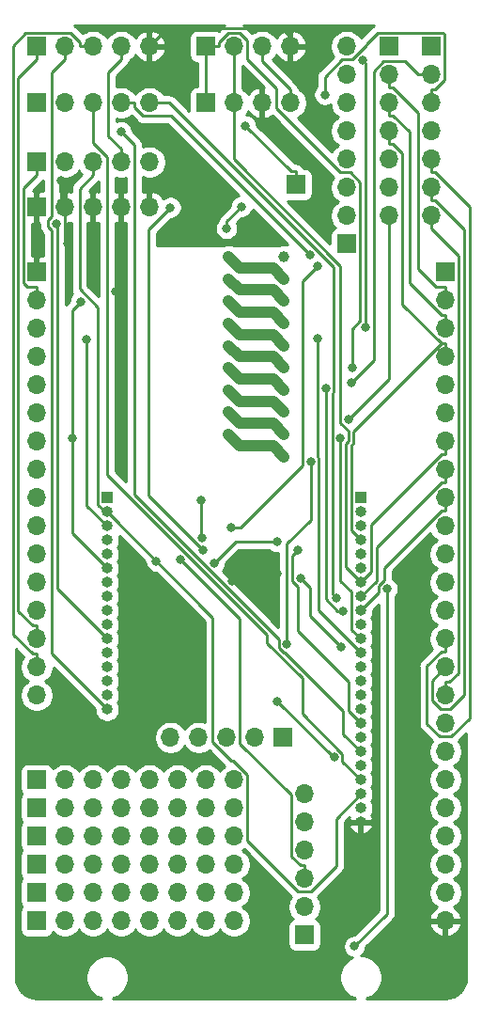
<source format=gbr>
%TF.GenerationSoftware,KiCad,Pcbnew,(5.1.6)-1*%
%TF.CreationDate,2020-08-14T19:02:09+02:00*%
%TF.ProjectId,ESP32-S2-WROOM,45535033-322d-4533-922d-57524f4f4d2e,1.2*%
%TF.SameCoordinates,Original*%
%TF.FileFunction,Copper,L1,Top*%
%TF.FilePolarity,Positive*%
%FSLAX46Y46*%
G04 Gerber Fmt 4.6, Leading zero omitted, Abs format (unit mm)*
G04 Created by KiCad (PCBNEW (5.1.6)-1) date 2020-08-14 19:02:09*
%MOMM*%
%LPD*%
G01*
G04 APERTURE LIST*
%TA.AperFunction,EtchedComponent*%
%ADD10C,1.000000*%
%TD*%
%TA.AperFunction,ComponentPad*%
%ADD11O,1.000000X1.000000*%
%TD*%
%TA.AperFunction,ComponentPad*%
%ADD12R,1.000000X1.000000*%
%TD*%
%TA.AperFunction,ComponentPad*%
%ADD13R,1.700000X1.700000*%
%TD*%
%TA.AperFunction,ComponentPad*%
%ADD14O,1.700000X1.700000*%
%TD*%
%TA.AperFunction,ViaPad*%
%ADD15C,1.000000*%
%TD*%
%TA.AperFunction,ViaPad*%
%ADD16C,0.800000*%
%TD*%
%TA.AperFunction,Conductor*%
%ADD17C,0.250000*%
%TD*%
%TA.AperFunction,Conductor*%
%ADD18C,0.254000*%
%TD*%
G04 APERTURE END LIST*
D10*
%TO.C,Ant 868 Mhz*%
X97050000Y-77850000D02*
X96050000Y-76850000D01*
X100050000Y-77850000D02*
X97050000Y-77850000D01*
X101050000Y-78850000D02*
X100050000Y-77850000D01*
X97050000Y-75850000D02*
X96050000Y-74850000D01*
X101050000Y-76850000D02*
X100050000Y-75850000D01*
X100050000Y-75850000D02*
X97050000Y-75850000D01*
X97050000Y-73850000D02*
X96050000Y-72850000D01*
X101050000Y-74850000D02*
X100050000Y-73850000D01*
X100050000Y-73850000D02*
X97050000Y-73850000D01*
X100050000Y-71850000D02*
X97050000Y-71850000D01*
X97050000Y-71850000D02*
X96050000Y-70850000D01*
X101050000Y-72850000D02*
X100050000Y-71850000D01*
X100050000Y-69850000D02*
X97050000Y-69850000D01*
X97050000Y-69850000D02*
X96050000Y-68850000D01*
X101050000Y-70850000D02*
X100050000Y-69850000D01*
X100050000Y-67850000D02*
X97050000Y-67850000D01*
X97050000Y-67850000D02*
X96050000Y-66850000D01*
X101050000Y-68850000D02*
X100050000Y-67850000D01*
X100050000Y-65850000D02*
X97050000Y-65850000D01*
X97050000Y-65850000D02*
X96050000Y-64850000D01*
X101050000Y-66850000D02*
X100050000Y-65850000D01*
X100050000Y-63850000D02*
X97050000Y-63850000D01*
X97050000Y-63850000D02*
X96050000Y-62850000D01*
X101050000Y-64850000D02*
X100050000Y-63850000D01*
X100050000Y-61850000D02*
X97050000Y-61850000D01*
X97050000Y-61850000D02*
X96050000Y-60850000D01*
X101050000Y-62850000D02*
X100050000Y-61850000D01*
%TD*%
D11*
%TO.P,J2,16*%
%TO.N,/IO13*%
X85090000Y-101600000D03*
%TO.P,J2,15*%
%TO.N,/IO12*%
X85090000Y-100330000D03*
%TO.P,J2,14*%
%TO.N,/IO11*%
X85090000Y-99060000D03*
%TO.P,J2,13*%
%TO.N,/IO10*%
X85090000Y-97790000D03*
%TO.P,J2,12*%
%TO.N,/IO9*%
X85090000Y-96520000D03*
%TO.P,J2,11*%
%TO.N,/IO8*%
X85090000Y-95250000D03*
%TO.P,J2,10*%
%TO.N,/IO7*%
X85090000Y-93980000D03*
%TO.P,J2,9*%
%TO.N,/IO6*%
X85090000Y-92710000D03*
%TO.P,J2,8*%
%TO.N,/IO5*%
X85090000Y-91440000D03*
%TO.P,J2,7*%
%TO.N,/IO4*%
X85090000Y-90170000D03*
%TO.P,J2,6*%
%TO.N,/IO3*%
X85090000Y-88900000D03*
%TO.P,J2,5*%
%TO.N,/IO2*%
X85090000Y-87630000D03*
%TO.P,J2,4*%
%TO.N,/IO1*%
X85090000Y-86360000D03*
%TO.P,J2,3*%
%TO.N,/IO0*%
X85090000Y-85090000D03*
%TO.P,J2,2*%
%TO.N,/3.3v*%
X85090000Y-83820000D03*
D12*
%TO.P,J2,1*%
%TO.N,GND*%
X85090000Y-82550000D03*
%TD*%
D11*
%TO.P,J3,24*%
%TO.N,GND*%
X107950000Y-111760000D03*
%TO.P,J3,23*%
%TO.N,/VUSB*%
X107950000Y-110490000D03*
%TO.P,J3,22*%
%TO.N,/3.3v*%
X107950000Y-109220000D03*
%TO.P,J3,21*%
%TO.N,/DC_DISP*%
X107950000Y-107950000D03*
%TO.P,J3,20*%
%TO.N,/IO15*%
X107950000Y-106680000D03*
%TO.P,J3,19*%
%TO.N,/IO16*%
X107950000Y-105410000D03*
%TO.P,J3,18*%
%TO.N,/U1TXD*%
X107950000Y-104140000D03*
%TO.P,J3,17*%
%TO.N,/U1RXD*%
X107950000Y-102870000D03*
%TO.P,J3,16*%
%TO.N,/IO21*%
X107950000Y-101600000D03*
%TO.P,J3,15*%
%TO.N,/IO26*%
X107950000Y-100330000D03*
%TO.P,J3,14*%
%TO.N,/IO33*%
X107950000Y-99060000D03*
%TO.P,J3,13*%
%TO.N,/IO34*%
X107950000Y-97790000D03*
%TO.P,J3,12*%
%TO.N,/IO35*%
X107950000Y-96520000D03*
%TO.P,J3,11*%
%TO.N,/IO36*%
X107950000Y-95250000D03*
%TO.P,J3,10*%
%TO.N,/IO37*%
X107950000Y-93980000D03*
%TO.P,J3,9*%
%TO.N,/IO38*%
X107950000Y-92710000D03*
%TO.P,J3,8*%
%TO.N,/IO39*%
X107950000Y-91440000D03*
%TO.P,J3,7*%
%TO.N,/SCL*%
X107950000Y-90170000D03*
%TO.P,J3,6*%
%TO.N,/SDA*%
X107950000Y-88900000D03*
%TO.P,J3,5*%
%TO.N,/IO42*%
X107950000Y-87630000D03*
%TO.P,J3,4*%
%TO.N,/TXD0*%
X107950000Y-86360000D03*
%TO.P,J3,3*%
%TO.N,/RXD0*%
X107950000Y-85090000D03*
%TO.P,J3,2*%
%TO.N,/IO45*%
X107950000Y-83820000D03*
D12*
%TO.P,J3,1*%
%TO.N,/IO46*%
X107950000Y-82550000D03*
%TD*%
D13*
%TO.P,J4,1*%
%TO.N,/IO46*%
X115570000Y-62230000D03*
D14*
%TO.P,J4,2*%
%TO.N,/IO45*%
X115570000Y-64770000D03*
%TO.P,J4,3*%
%TO.N,/RXD0*%
X115570000Y-67310000D03*
%TO.P,J4,4*%
%TO.N,/TXD0*%
X115570000Y-69850000D03*
%TO.P,J4,5*%
%TO.N,/IO42*%
X115570000Y-72390000D03*
%TO.P,J4,6*%
%TO.N,/SDA*%
X115570000Y-74930000D03*
%TO.P,J4,7*%
%TO.N,/SCL*%
X115570000Y-77470000D03*
%TO.P,J4,8*%
%TO.N,/IO39*%
X115570000Y-80010000D03*
%TO.P,J4,9*%
%TO.N,/IO38*%
X115570000Y-82550000D03*
%TO.P,J4,10*%
%TO.N,/IO37*%
X115570000Y-85090000D03*
%TO.P,J4,11*%
%TO.N,/IO36*%
X115570000Y-87630000D03*
%TO.P,J4,12*%
%TO.N,/IO35*%
X115570000Y-90170000D03*
%TO.P,J4,13*%
%TO.N,/IO34*%
X115570000Y-92710000D03*
%TO.P,J4,14*%
%TO.N,/IO33*%
X115570000Y-95250000D03*
%TO.P,J4,15*%
%TO.N,/IO26*%
X115570000Y-97790000D03*
%TO.P,J4,16*%
%TO.N,/IO21*%
X115570000Y-100330000D03*
%TO.P,J4,17*%
%TO.N,/U1RXD*%
X115570000Y-102870000D03*
%TO.P,J4,18*%
%TO.N,/U1TXD*%
X115570000Y-105410000D03*
%TO.P,J4,19*%
%TO.N,/IO16*%
X115570000Y-107950000D03*
%TO.P,J4,20*%
%TO.N,/IO15*%
X115570000Y-110490000D03*
%TO.P,J4,21*%
%TO.N,/DC_DISP*%
X115570000Y-113030000D03*
%TO.P,J4,22*%
%TO.N,/3.3v*%
X115570000Y-115570000D03*
%TO.P,J4,23*%
%TO.N,/VUSB*%
X115570000Y-118110000D03*
%TO.P,J4,24*%
%TO.N,GND*%
X115570000Y-120650000D03*
%TD*%
D13*
%TO.P,J1,1*%
%TO.N,GND*%
X78740000Y-62230000D03*
D14*
%TO.P,J1,2*%
%TO.N,/3.3v*%
X78740000Y-64770000D03*
%TO.P,J1,3*%
%TO.N,/IO0*%
X78740000Y-67310000D03*
%TO.P,J1,4*%
%TO.N,/IO1*%
X78740000Y-69850000D03*
%TO.P,J1,5*%
%TO.N,/IO2*%
X78740000Y-72390000D03*
%TO.P,J1,6*%
%TO.N,/IO3*%
X78740000Y-74930000D03*
%TO.P,J1,7*%
%TO.N,/IO4*%
X78740000Y-77470000D03*
%TO.P,J1,8*%
%TO.N,/IO5*%
X78740000Y-80010000D03*
%TO.P,J1,9*%
%TO.N,/IO6*%
X78740000Y-82550000D03*
%TO.P,J1,10*%
%TO.N,/IO7*%
X78740000Y-85090000D03*
%TO.P,J1,11*%
%TO.N,/IO8*%
X78740000Y-87630000D03*
%TO.P,J1,12*%
%TO.N,/IO9*%
X78740000Y-90170000D03*
%TO.P,J1,13*%
%TO.N,/IO10*%
X78740000Y-92710000D03*
%TO.P,J1,14*%
%TO.N,/IO11*%
X78740000Y-95250000D03*
%TO.P,J1,15*%
%TO.N,/IO12*%
X78740000Y-97790000D03*
%TO.P,J1,16*%
%TO.N,/IO13*%
X78740000Y-100330000D03*
%TD*%
D13*
%TO.P,J5,1*%
%TO.N,/IO11*%
X78740000Y-41910000D03*
D14*
%TO.P,J5,2*%
%TO.N,/IO13*%
X81280000Y-41910000D03*
%TO.P,J5,3*%
%TO.N,/IO12*%
X83820000Y-41910000D03*
%TO.P,J5,4*%
%TO.N,/3.3v*%
X86360000Y-41910000D03*
%TO.P,J5,5*%
%TO.N,GND*%
X88900000Y-41910000D03*
%TD*%
D13*
%TO.P,J6,1*%
%TO.N,/SDA*%
X93980000Y-41910000D03*
D14*
%TO.P,J6,2*%
%TO.N,/SCL*%
X96520000Y-41910000D03*
%TO.P,J6,3*%
%TO.N,/3.3v*%
X99060000Y-41910000D03*
%TO.P,J6,4*%
%TO.N,GND*%
X101600000Y-41910000D03*
%TD*%
%TO.P,J7,4*%
%TO.N,/3.3v*%
X101600000Y-46990000D03*
%TO.P,J7,3*%
%TO.N,GND*%
X99060000Y-46990000D03*
%TO.P,J7,2*%
%TO.N,/SCL*%
X96520000Y-46990000D03*
D13*
%TO.P,J7,1*%
%TO.N,/SDA*%
X93980000Y-46990000D03*
%TD*%
%TO.P,J8,1*%
%TO.N,/IO0*%
X106680000Y-59690000D03*
D14*
%TO.P,J8,2*%
%TO.N,/IO1*%
X106680000Y-57150000D03*
%TO.P,J8,3*%
%TO.N,/IO2*%
X106680000Y-54610000D03*
%TO.P,J8,4*%
%TO.N,/IO3*%
X106680000Y-52070000D03*
%TO.P,J8,5*%
%TO.N,/IO4*%
X106680000Y-49530000D03*
%TO.P,J8,6*%
%TO.N,/IO5*%
X106680000Y-46990000D03*
%TO.P,J8,7*%
%TO.N,/IO6*%
X106680000Y-44450000D03*
%TO.P,J8,8*%
%TO.N,/IO7*%
X106680000Y-41910000D03*
%TD*%
D13*
%TO.P,J9,1*%
%TO.N,/IO46*%
X110490000Y-41910000D03*
D14*
%TO.P,J9,2*%
%TO.N,/IO45*%
X110490000Y-44450000D03*
%TO.P,J9,3*%
%TO.N,/RXD0*%
X110490000Y-46990000D03*
%TO.P,J9,4*%
%TO.N,/TXD0*%
X110490000Y-49530000D03*
%TO.P,J9,5*%
%TO.N,/IO42*%
X110490000Y-52070000D03*
%TO.P,J9,6*%
%TO.N,/IO39*%
X110490000Y-54610000D03*
%TO.P,J9,7*%
%TO.N,/IO38*%
X110490000Y-57150000D03*
%TD*%
%TO.P,J10,7*%
%TO.N,/IO21*%
X114300000Y-57150000D03*
%TO.P,J10,6*%
%TO.N,/IO26*%
X114300000Y-54610000D03*
%TO.P,J10,5*%
%TO.N,/IO33*%
X114300000Y-52070000D03*
%TO.P,J10,4*%
%TO.N,/IO34*%
X114300000Y-49530000D03*
%TO.P,J10,3*%
%TO.N,/IO35*%
X114300000Y-46990000D03*
%TO.P,J10,2*%
%TO.N,/IO36*%
X114300000Y-44450000D03*
D13*
%TO.P,J10,1*%
%TO.N,/IO37*%
X114300000Y-41910000D03*
%TD*%
%TO.P,J11,1*%
%TO.N,/IO8*%
X102108000Y-54356000D03*
%TD*%
%TO.P,J12,1*%
%TO.N,/IO16*%
X78740000Y-46990000D03*
D14*
%TO.P,J12,2*%
%TO.N,/IO15*%
X81280000Y-46990000D03*
%TO.P,J12,3*%
%TO.N,/DC_DISP*%
X83820000Y-46990000D03*
%TO.P,J12,4*%
%TO.N,/U1RXD*%
X86360000Y-46990000D03*
%TO.P,J12,5*%
%TO.N,/U1TXD*%
X88900000Y-46990000D03*
%TD*%
D13*
%TO.P,J13,1*%
%TO.N,/3.3v*%
X78740000Y-52324000D03*
D14*
%TO.P,J13,2*%
X81280000Y-52324000D03*
%TO.P,J13,3*%
X83820000Y-52324000D03*
%TO.P,J13,4*%
X86360000Y-52324000D03*
%TO.P,J13,5*%
X88900000Y-52324000D03*
%TD*%
%TO.P,J14,5*%
%TO.N,GND*%
X88900000Y-56388000D03*
%TO.P,J14,4*%
X86360000Y-56388000D03*
%TO.P,J14,3*%
X83820000Y-56388000D03*
%TO.P,J14,2*%
X81280000Y-56388000D03*
D13*
%TO.P,J14,1*%
X78740000Y-56388000D03*
%TD*%
%TO.P,J15,1*%
%TO.N,N/C*%
X78740000Y-120650000D03*
D14*
%TO.P,J15,2*%
X81280000Y-120650000D03*
%TO.P,J15,3*%
X83820000Y-120650000D03*
%TO.P,J15,4*%
X86360000Y-120650000D03*
%TO.P,J15,5*%
X88900000Y-120650000D03*
%TO.P,J15,6*%
X91440000Y-120650000D03*
%TO.P,J15,7*%
X93980000Y-120650000D03*
%TO.P,J15,8*%
X96520000Y-120650000D03*
%TD*%
%TO.P,J16,8*%
%TO.N,N/C*%
X96520000Y-118110000D03*
%TO.P,J16,7*%
X93980000Y-118110000D03*
%TO.P,J16,6*%
X91440000Y-118110000D03*
%TO.P,J16,5*%
X88900000Y-118110000D03*
%TO.P,J16,4*%
X86360000Y-118110000D03*
%TO.P,J16,3*%
X83820000Y-118110000D03*
%TO.P,J16,2*%
X81280000Y-118110000D03*
D13*
%TO.P,J16,1*%
X78740000Y-118110000D03*
%TD*%
%TO.P,J17,1*%
%TO.N,N/C*%
X78740000Y-115570000D03*
D14*
%TO.P,J17,2*%
X81280000Y-115570000D03*
%TO.P,J17,3*%
X83820000Y-115570000D03*
%TO.P,J17,4*%
X86360000Y-115570000D03*
%TO.P,J17,5*%
X88900000Y-115570000D03*
%TO.P,J17,6*%
X91440000Y-115570000D03*
%TO.P,J17,7*%
X93980000Y-115570000D03*
%TO.P,J17,8*%
X96520000Y-115570000D03*
%TD*%
%TO.P,J18,8*%
%TO.N,N/C*%
X96520000Y-113030000D03*
%TO.P,J18,7*%
X93980000Y-113030000D03*
%TO.P,J18,6*%
X91440000Y-113030000D03*
%TO.P,J18,5*%
X88900000Y-113030000D03*
%TO.P,J18,4*%
X86360000Y-113030000D03*
%TO.P,J18,3*%
X83820000Y-113030000D03*
%TO.P,J18,2*%
X81280000Y-113030000D03*
D13*
%TO.P,J18,1*%
X78740000Y-113030000D03*
%TD*%
%TO.P,J19,1*%
%TO.N,N/C*%
X78740000Y-110490000D03*
D14*
%TO.P,J19,2*%
X81280000Y-110490000D03*
%TO.P,J19,3*%
X83820000Y-110490000D03*
%TO.P,J19,4*%
X86360000Y-110490000D03*
%TO.P,J19,5*%
X88900000Y-110490000D03*
%TO.P,J19,6*%
X91440000Y-110490000D03*
%TO.P,J19,7*%
X93980000Y-110490000D03*
%TO.P,J19,8*%
X96520000Y-110490000D03*
%TD*%
D13*
%TO.P,J20,1*%
%TO.N,N/C*%
X78740000Y-107950000D03*
D14*
%TO.P,J20,2*%
X81280000Y-107950000D03*
%TO.P,J20,3*%
X83820000Y-107950000D03*
%TO.P,J20,4*%
X86360000Y-107950000D03*
%TO.P,J20,5*%
X88900000Y-107950000D03*
%TO.P,J20,6*%
X91440000Y-107950000D03*
%TO.P,J20,7*%
X93980000Y-107950000D03*
%TO.P,J20,8*%
X96520000Y-107950000D03*
%TD*%
D13*
%TO.P,J21,1*%
%TO.N,Net-(J21-Pad1)*%
X100965000Y-104140000D03*
D14*
%TO.P,J21,2*%
%TO.N,Net-(J21-Pad2)*%
X98425000Y-104140000D03*
%TO.P,J21,3*%
%TO.N,Net-(J21-Pad3)*%
X95885000Y-104140000D03*
%TO.P,J21,4*%
%TO.N,Net-(J21-Pad4)*%
X93345000Y-104140000D03*
%TO.P,J21,5*%
%TO.N,Net-(J21-Pad5)*%
X90805000Y-104140000D03*
%TD*%
D15*
%TO.N,*%
%TO.C,Ant 868 Mhz*%
X96050000Y-60850000D03*
X101050000Y-60850000D03*
X101050000Y-62850000D03*
X96050000Y-62850000D03*
X96050000Y-64850000D03*
X101050000Y-64850000D03*
X96050000Y-66850000D03*
X101050000Y-66850000D03*
X101050000Y-68850000D03*
X96050000Y-68850000D03*
X96050000Y-70850000D03*
X101050000Y-70850000D03*
X101050000Y-72850000D03*
X96050000Y-72850000D03*
X96050000Y-74850000D03*
X101050000Y-74850000D03*
X101050000Y-76850000D03*
X96050000Y-76850000D03*
X101050000Y-78850000D03*
%TD*%
D13*
%TO.P,J23,1*%
%TO.N,Net-(J23-Pad1)*%
X102870000Y-121920000D03*
D14*
%TO.P,J23,2*%
%TO.N,Net-(J23-Pad2)*%
X102870000Y-119380000D03*
%TO.P,J23,3*%
%TO.N,Net-(J23-Pad3)*%
X102870000Y-116840000D03*
%TO.P,J23,4*%
%TO.N,Net-(J23-Pad4)*%
X102870000Y-114300000D03*
%TO.P,J23,5*%
%TO.N,Net-(J23-Pad5)*%
X102870000Y-111760000D03*
%TO.P,J23,6*%
%TO.N,Net-(J23-Pad6)*%
X102870000Y-109220000D03*
%TD*%
D16*
%TO.N,GND*%
X85815000Y-64008000D03*
X81534000Y-59690000D03*
X80950897Y-54026897D03*
X89281000Y-92202000D03*
X88011000Y-88138000D03*
X96393000Y-90043000D03*
X93091000Y-93472000D03*
X97917000Y-45085000D03*
X84074000Y-61087000D03*
X83625552Y-58533942D03*
X100457000Y-89408000D03*
%TO.N,/3.3v*%
X89530347Y-88260347D03*
%TO.N,/IO0*%
X83263100Y-68323000D03*
%TO.N,/U1TXD*%
X105756200Y-91567000D03*
%TO.N,/U1RXD*%
X102271200Y-87266400D03*
X103350800Y-60655000D03*
%TO.N,/SDA*%
X110312600Y-90752400D03*
X107380800Y-122937800D03*
X94757300Y-88412400D03*
X100407800Y-86509600D03*
X102502500Y-89774300D03*
X106197900Y-95987500D03*
X106303400Y-92735500D03*
X104802900Y-72697000D03*
X107207100Y-70839900D03*
%TO.N,/IO3*%
X95857500Y-58305500D03*
X82702100Y-64883900D03*
X97196200Y-56322300D03*
X81922500Y-77161100D03*
%TO.N,/IO4*%
X96234300Y-85237200D03*
X104054700Y-61707000D03*
%TO.N,/IO5*%
X90800700Y-56412000D03*
X93761200Y-87258700D03*
%TO.N,/IO8*%
X80506200Y-57859300D03*
X97556100Y-49063900D03*
%TO.N,/IO15*%
X105547700Y-105901100D03*
X100453700Y-100883800D03*
X101293100Y-95736900D03*
X103423200Y-79289000D03*
X108369300Y-67197300D03*
X108097200Y-43184700D03*
%TO.N,/IO16*%
X86334100Y-49579400D03*
%TO.N,/IO35*%
X104073900Y-68253300D03*
X104697300Y-46255800D03*
%TO.N,/IO36*%
X107088200Y-72197000D03*
X106125200Y-77159800D03*
%TO.N,/IO38*%
X106850500Y-75509100D03*
%TO.N,Net-(J23-Pad3)*%
X93520000Y-82756000D03*
X93679903Y-86152097D03*
X91721000Y-88111000D03*
%TD*%
D17*
%TO.N,GND*%
X86360000Y-63299000D02*
X86360000Y-56388000D01*
X85815000Y-63844000D02*
X86360000Y-63299000D01*
X85815000Y-64008000D02*
X85815000Y-63844000D01*
X81280000Y-56388000D02*
X81280000Y-59436000D01*
X81280000Y-59436000D02*
X81534000Y-59690000D01*
X80950897Y-56058897D02*
X81280000Y-56388000D01*
X80950897Y-54026897D02*
X80950897Y-56058897D01*
X89281000Y-92202000D02*
X89281000Y-89408000D01*
X89281000Y-89408000D02*
X88011000Y-88138000D01*
X96901000Y-89535000D02*
X96393000Y-90043000D01*
X101600000Y-41910000D02*
X101600000Y-41021000D01*
X101600000Y-41021000D02*
X100838000Y-40259000D01*
X90551000Y-40259000D02*
X88900000Y-41910000D01*
X100838000Y-40259000D02*
X90551000Y-40259000D01*
X84074000Y-61087000D02*
X83625552Y-60638552D01*
X83625552Y-60638552D02*
X83625552Y-58533942D01*
X96901000Y-89535000D02*
X100330000Y-89535000D01*
X100330000Y-89535000D02*
X100457000Y-89408000D01*
%TO.N,/3.3v*%
X85090000Y-83820000D02*
X84899500Y-83820000D01*
X84899500Y-83820000D02*
X84264600Y-83185100D01*
X84264600Y-83185100D02*
X84264600Y-65420600D01*
X84264600Y-65420600D02*
X82594200Y-63750200D01*
X82594200Y-63750200D02*
X82594200Y-54725100D01*
X82594200Y-54725100D02*
X83820000Y-53499300D01*
X85090000Y-83820000D02*
X94615000Y-93345000D01*
X94615000Y-93345000D02*
X94615000Y-104560500D01*
X94615000Y-104560500D02*
X96248300Y-106193800D01*
X96248300Y-106193800D02*
X96429300Y-106193800D01*
X96429300Y-106193800D02*
X97695400Y-107459900D01*
X97695400Y-107459900D02*
X97695400Y-113406000D01*
X97695400Y-113406000D02*
X102310300Y-118020900D01*
X102310300Y-118020900D02*
X103422000Y-118020900D01*
X103422000Y-118020900D02*
X105726300Y-115716600D01*
X105726300Y-115716600D02*
X105726300Y-111443700D01*
X105726300Y-111443700D02*
X107950000Y-109220000D01*
X83820000Y-52324000D02*
X83820000Y-53499300D01*
X78740000Y-64770000D02*
X78740000Y-63594700D01*
X78740000Y-52324000D02*
X78740000Y-53499300D01*
X78740000Y-53499300D02*
X77564700Y-54674600D01*
X77564700Y-54674600D02*
X77564700Y-63227500D01*
X77564700Y-63227500D02*
X77931900Y-63594700D01*
X77931900Y-63594700D02*
X78740000Y-63594700D01*
X86360000Y-41910000D02*
X86360000Y-43085300D01*
X86360000Y-52324000D02*
X86360000Y-51148700D01*
X86360000Y-51148700D02*
X85184700Y-49973400D01*
X85184700Y-49973400D02*
X85184700Y-44260600D01*
X85184700Y-44260600D02*
X86360000Y-43085300D01*
X101600000Y-46990000D02*
X101600000Y-45814700D01*
X101600000Y-45814700D02*
X99060000Y-43274700D01*
X99060000Y-43274700D02*
X99060000Y-41910000D01*
%TO.N,/IO0*%
X83263100Y-68323000D02*
X83263100Y-83263100D01*
X83263100Y-83263100D02*
X85090000Y-85090000D01*
%TO.N,/DC_DISP*%
X107950000Y-107950000D02*
X106273000Y-106273000D01*
X106273000Y-106273000D02*
X106273000Y-105600600D01*
X106273000Y-105600600D02*
X102665700Y-101993300D01*
X102665700Y-101993300D02*
X102665700Y-98772000D01*
X102665700Y-98772000D02*
X102665600Y-98772000D01*
X102665600Y-98772000D02*
X99500900Y-95607300D01*
X99500900Y-95607300D02*
X99500900Y-94865100D01*
X99500900Y-94865100D02*
X85090000Y-80454200D01*
X85090000Y-80454200D02*
X85090000Y-51901800D01*
X85090000Y-51901800D02*
X83820000Y-50631800D01*
X83820000Y-50631800D02*
X83820000Y-46990000D01*
%TO.N,/U1TXD*%
X105756200Y-91567000D02*
X105399900Y-91210700D01*
X105399900Y-91210700D02*
X105399900Y-73125800D01*
X105399900Y-73125800D02*
X105528200Y-72997500D01*
X105528200Y-72997500D02*
X105528200Y-61806600D01*
X105528200Y-61806600D02*
X90711600Y-46990000D01*
X90711600Y-46990000D02*
X90075300Y-46990000D01*
X88900000Y-46990000D02*
X90075300Y-46990000D01*
%TO.N,/U1RXD*%
X102271200Y-87266400D02*
X101777200Y-87760400D01*
X101777200Y-87760400D02*
X101777200Y-90074700D01*
X101777200Y-90074700D02*
X102271100Y-90568600D01*
X102271100Y-90568600D02*
X102271200Y-90568600D01*
X102271200Y-90568600D02*
X102271200Y-94539600D01*
X102271200Y-94539600D02*
X106830300Y-99098700D01*
X106830300Y-99098700D02*
X106830300Y-101750300D01*
X106830300Y-101750300D02*
X107950000Y-102870000D01*
X86360000Y-46990000D02*
X87535300Y-46990000D01*
X87535300Y-46990000D02*
X87535300Y-47357400D01*
X87535300Y-47357400D02*
X88343200Y-48165300D01*
X88343200Y-48165300D02*
X90861100Y-48165300D01*
X90861100Y-48165300D02*
X103350800Y-60655000D01*
%TO.N,/SCL*%
X96520000Y-46990000D02*
X96520000Y-52073000D01*
X96520000Y-52073000D02*
X106125200Y-61678200D01*
X106125200Y-61678200D02*
X106125200Y-75809500D01*
X106125200Y-75809500D02*
X106850400Y-76534700D01*
X106850400Y-76534700D02*
X106850500Y-76534700D01*
X106850500Y-76534700D02*
X106850500Y-77460300D01*
X106850500Y-77460300D02*
X106575600Y-77735200D01*
X106575600Y-77735200D02*
X106575600Y-88795600D01*
X106575600Y-88795600D02*
X107950000Y-90170000D01*
X96520000Y-41910000D02*
X96520000Y-46990000D01*
X115570000Y-77470000D02*
X115570000Y-78645300D01*
X115570000Y-78645300D02*
X115202700Y-78645300D01*
X115202700Y-78645300D02*
X108885100Y-84962900D01*
X108885100Y-84962900D02*
X108885100Y-89234900D01*
X108885100Y-89234900D02*
X107950000Y-90170000D01*
%TO.N,/SDA*%
X95155300Y-41910000D02*
X95155300Y-41542700D01*
X95155300Y-41542700D02*
X95985300Y-40712700D01*
X95985300Y-40712700D02*
X97043400Y-40712700D01*
X97043400Y-40712700D02*
X97695400Y-41364700D01*
X97695400Y-41364700D02*
X97695400Y-43029700D01*
X97695400Y-43029700D02*
X100330000Y-45664300D01*
X100330000Y-45664300D02*
X100330000Y-47448300D01*
X100330000Y-47448300D02*
X106127100Y-53245400D01*
X106127100Y-53245400D02*
X106991300Y-53245400D01*
X106991300Y-53245400D02*
X107899600Y-54153700D01*
X107899600Y-54153700D02*
X107899600Y-66641300D01*
X107899600Y-66641300D02*
X107207100Y-67333800D01*
X107207100Y-67333800D02*
X107207100Y-70839900D01*
X93980000Y-41910000D02*
X95155300Y-41910000D01*
X93980000Y-46990000D02*
X93980000Y-41910000D01*
X107380800Y-122937800D02*
X110312600Y-120006000D01*
X110312600Y-120006000D02*
X110312600Y-90752400D01*
X100407800Y-86509600D02*
X96660100Y-86509600D01*
X96660100Y-86509600D02*
X94757300Y-88412400D01*
X106197900Y-95987500D02*
X103397900Y-93187500D01*
X103397900Y-93187500D02*
X103397900Y-90669700D01*
X103397900Y-90669700D02*
X102502500Y-89774300D01*
X104802900Y-72697000D02*
X104802900Y-91688100D01*
X104802900Y-91688100D02*
X105850300Y-92735500D01*
X105850300Y-92735500D02*
X106303400Y-92735500D01*
%TO.N,/IO3*%
X95857500Y-58305500D02*
X95857500Y-57661000D01*
X95857500Y-57661000D02*
X97196200Y-56322300D01*
X81922500Y-77161100D02*
X81922500Y-65663500D01*
X81922500Y-65663500D02*
X82702100Y-64883900D01*
X85090000Y-88900000D02*
X81922500Y-85732500D01*
X81922500Y-85732500D02*
X81922500Y-77161100D01*
%TO.N,/IO4*%
X104054700Y-61707000D02*
X102697900Y-63063800D01*
X102697900Y-63063800D02*
X102697900Y-79675600D01*
X102697900Y-79675600D02*
X97136300Y-85237200D01*
X97136300Y-85237200D02*
X96234300Y-85237200D01*
%TO.N,/IO5*%
X93761200Y-87258700D02*
X88819200Y-82316700D01*
X88819200Y-82316700D02*
X88819200Y-58393500D01*
X88819200Y-58393500D02*
X90800700Y-56412000D01*
%TO.N,/IO8*%
X102108000Y-54356000D02*
X102108000Y-53180700D01*
X80506200Y-57859300D02*
X80589200Y-57942300D01*
X80589200Y-57942300D02*
X80589200Y-90749200D01*
X80589200Y-90749200D02*
X85090000Y-95250000D01*
X102108000Y-53180700D02*
X101672900Y-53180700D01*
X101672900Y-53180700D02*
X97556100Y-49063900D01*
%TO.N,/IO11*%
X78740000Y-41910000D02*
X78740000Y-43085300D01*
X78740000Y-95250000D02*
X78740000Y-94074700D01*
X78740000Y-94074700D02*
X78372700Y-94074700D01*
X78372700Y-94074700D02*
X77070900Y-92772900D01*
X77070900Y-92772900D02*
X77070900Y-44754400D01*
X77070900Y-44754400D02*
X78740000Y-43085300D01*
%TO.N,/IO12*%
X78740000Y-97790000D02*
X78740000Y-96614700D01*
X83820000Y-41910000D02*
X82644700Y-41910000D01*
X82644700Y-41910000D02*
X82644700Y-41542700D01*
X82644700Y-41542700D02*
X81830200Y-40728200D01*
X81830200Y-40728200D02*
X77758300Y-40728200D01*
X77758300Y-40728200D02*
X76599700Y-41886800D01*
X76599700Y-41886800D02*
X76599700Y-94841700D01*
X76599700Y-94841700D02*
X78372700Y-96614700D01*
X78372700Y-96614700D02*
X78740000Y-96614700D01*
%TO.N,/IO13*%
X81280000Y-43085300D02*
X80104700Y-44260600D01*
X80104700Y-44260600D02*
X80104700Y-57235100D01*
X80104700Y-57235100D02*
X79780900Y-57558900D01*
X79780900Y-57558900D02*
X79780900Y-58159700D01*
X79780900Y-58159700D02*
X80104700Y-58483500D01*
X80104700Y-58483500D02*
X80104700Y-96614700D01*
X80104700Y-96614700D02*
X85090000Y-101600000D01*
X81280000Y-41910000D02*
X81280000Y-43085300D01*
%TO.N,/IO15*%
X100453700Y-100883800D02*
X105471000Y-105901100D01*
X105471000Y-105901100D02*
X105547700Y-105901100D01*
X103423200Y-79289000D02*
X103423200Y-84520100D01*
X103423200Y-84520100D02*
X101293100Y-86650200D01*
X101293100Y-86650200D02*
X101293100Y-95736900D01*
X108097200Y-43184700D02*
X108369300Y-43456800D01*
X108369300Y-43456800D02*
X108369300Y-67197300D01*
%TO.N,/IO16*%
X86334100Y-49579400D02*
X87535300Y-50780600D01*
X87535300Y-50780600D02*
X87535300Y-82262600D01*
X87535300Y-82262600D02*
X100567800Y-95295100D01*
X100567800Y-95295100D02*
X100567800Y-96037300D01*
X100567800Y-96037300D02*
X100992700Y-96462200D01*
X100992700Y-96462200D02*
X101068700Y-96462200D01*
X101068700Y-96462200D02*
X106379900Y-101773400D01*
X106379900Y-101773400D02*
X106379900Y-103839900D01*
X106379900Y-103839900D02*
X107950000Y-105410000D01*
%TO.N,/IO21*%
X115570000Y-100330000D02*
X115570000Y-99154700D01*
X114300000Y-57150000D02*
X114300000Y-58325300D01*
X114300000Y-58325300D02*
X116753800Y-60779100D01*
X116753800Y-60779100D02*
X116753800Y-98336200D01*
X116753800Y-98336200D02*
X115935300Y-99154700D01*
X115935300Y-99154700D02*
X115570000Y-99154700D01*
%TO.N,/IO26*%
X114300000Y-55785300D02*
X114667300Y-55785300D01*
X114667300Y-55785300D02*
X117254600Y-58372600D01*
X117254600Y-58372600D02*
X117254600Y-100316100D01*
X117254600Y-100316100D02*
X115970700Y-101600000D01*
X115970700Y-101600000D02*
X115161000Y-101600000D01*
X115161000Y-101600000D02*
X114369200Y-100808200D01*
X114369200Y-100808200D02*
X114369200Y-98990800D01*
X114369200Y-98990800D02*
X115570000Y-97790000D01*
X114300000Y-54610000D02*
X114300000Y-55785300D01*
%TO.N,/IO33*%
X115570000Y-95250000D02*
X115570000Y-96425300D01*
X114300000Y-52070000D02*
X114300000Y-53245300D01*
X114300000Y-53245300D02*
X114667300Y-53245300D01*
X114667300Y-53245300D02*
X117755600Y-56333600D01*
X117755600Y-56333600D02*
X117755600Y-102381400D01*
X117755600Y-102381400D02*
X116084700Y-104052300D01*
X116084700Y-104052300D02*
X115070000Y-104052300D01*
X115070000Y-104052300D02*
X113918800Y-102901100D01*
X113918800Y-102901100D02*
X113918800Y-97709200D01*
X113918800Y-97709200D02*
X115202700Y-96425300D01*
X115202700Y-96425300D02*
X115570000Y-96425300D01*
%TO.N,/IO35*%
X107950000Y-96520000D02*
X104148500Y-92718500D01*
X104148500Y-92718500D02*
X104148500Y-78988500D01*
X104148500Y-78988500D02*
X104073900Y-78913900D01*
X104073900Y-78913900D02*
X104073900Y-68253300D01*
X114300000Y-45814700D02*
X114667300Y-45814700D01*
X114667300Y-45814700D02*
X115512500Y-44969500D01*
X115512500Y-44969500D02*
X115512500Y-40887400D01*
X115512500Y-40887400D02*
X115359700Y-40734600D01*
X115359700Y-40734600D02*
X109458000Y-40734600D01*
X109458000Y-40734600D02*
X108495000Y-41697600D01*
X108495000Y-41697600D02*
X108495000Y-41761200D01*
X108495000Y-41761200D02*
X107170900Y-43085300D01*
X107170900Y-43085300D02*
X107170900Y-43085400D01*
X107170900Y-43085400D02*
X106274000Y-43085400D01*
X106274000Y-43085400D02*
X104697400Y-44662000D01*
X104697400Y-44662000D02*
X104697400Y-46255800D01*
X104697400Y-46255800D02*
X104697300Y-46255800D01*
X114300000Y-46990000D02*
X114300000Y-45814700D01*
%TO.N,/IO36*%
X107088200Y-72197000D02*
X109094600Y-70190600D01*
X109094600Y-70190600D02*
X109094600Y-44178000D01*
X109094600Y-44178000D02*
X109997900Y-43274700D01*
X109997900Y-43274700D02*
X111949400Y-43274700D01*
X111949400Y-43274700D02*
X113124700Y-44450000D01*
X114300000Y-44450000D02*
X113124700Y-44450000D01*
X107950000Y-95250000D02*
X107124600Y-94424600D01*
X107124600Y-94424600D02*
X107124600Y-91019200D01*
X107124600Y-91019200D02*
X106125200Y-90019800D01*
X106125200Y-90019800D02*
X106125200Y-77159800D01*
%TO.N,/IO38*%
X115570000Y-83725300D02*
X115202600Y-83725300D01*
X115202600Y-83725300D02*
X110097300Y-88830600D01*
X110097300Y-88830600D02*
X110097300Y-89942000D01*
X110097300Y-89942000D02*
X109587300Y-90452000D01*
X109587300Y-90452000D02*
X109587300Y-91072700D01*
X109587300Y-91072700D02*
X107950000Y-92710000D01*
X110490000Y-57150000D02*
X110490000Y-71869600D01*
X110490000Y-71869600D02*
X106850500Y-75509100D01*
X115570000Y-82550000D02*
X115570000Y-83725300D01*
%TO.N,/IO39*%
X115570000Y-81185300D02*
X115202700Y-81185300D01*
X115202700Y-81185300D02*
X109368700Y-87019300D01*
X109368700Y-87019300D02*
X109368700Y-90021300D01*
X109368700Y-90021300D02*
X107950000Y-91440000D01*
X115570000Y-80010000D02*
X115570000Y-81185300D01*
%TO.N,/TXD0*%
X107950000Y-86360000D02*
X107083300Y-85493300D01*
X107083300Y-85493300D02*
X107083300Y-77864400D01*
X107083300Y-77864400D02*
X107300800Y-77646900D01*
X107300800Y-77646900D02*
X107300800Y-76576600D01*
X107300800Y-76576600D02*
X115202700Y-68674700D01*
X115202700Y-68674700D02*
X115570000Y-68674700D01*
X110490000Y-50705300D02*
X110857400Y-50705300D01*
X110857400Y-50705300D02*
X111665300Y-51513200D01*
X111665300Y-51513200D02*
X111665300Y-65137300D01*
X111665300Y-65137300D02*
X115202700Y-68674700D01*
X115570000Y-69850000D02*
X115570000Y-68674700D01*
X110490000Y-49530000D02*
X110490000Y-50705300D01*
%TO.N,/RXD0*%
X110490000Y-46990000D02*
X110490000Y-48165300D01*
X115570000Y-67310000D02*
X115570000Y-66134700D01*
X115570000Y-66134700D02*
X115202700Y-66134700D01*
X115202700Y-66134700D02*
X112314800Y-63246800D01*
X112314800Y-63246800D02*
X112314800Y-49622800D01*
X112314800Y-49622800D02*
X110857300Y-48165300D01*
X110857300Y-48165300D02*
X110490000Y-48165300D01*
%TO.N,/IO45*%
X115570000Y-64770000D02*
X115570000Y-63594700D01*
X110490000Y-44450000D02*
X110490000Y-45625300D01*
X110490000Y-45625300D02*
X110857300Y-45625300D01*
X110857300Y-45625300D02*
X113095900Y-47863900D01*
X113095900Y-47863900D02*
X113095900Y-61928600D01*
X113095900Y-61928600D02*
X114762000Y-63594700D01*
X114762000Y-63594700D02*
X115570000Y-63594700D01*
%TO.N,Net-(J23-Pad3)*%
X102870000Y-116840000D02*
X102870000Y-115664700D01*
X97060400Y-93450400D02*
X97060400Y-104680400D01*
X97060400Y-104680400D02*
X101694700Y-109314700D01*
X101694700Y-109314700D02*
X101694700Y-114856800D01*
X101694700Y-114856800D02*
X102502600Y-115664700D01*
X102502600Y-115664700D02*
X102870000Y-115664700D01*
X93520000Y-82756000D02*
X93520000Y-85992194D01*
X93520000Y-85992194D02*
X93679903Y-86152097D01*
X91721000Y-88111000D02*
X97060400Y-93450400D01*
%TD*%
D18*
%TO.N,GND*%
G36*
X114254010Y-85793411D02*
G01*
X114416525Y-86036632D01*
X114623368Y-86243475D01*
X114797760Y-86360000D01*
X114623368Y-86476525D01*
X114416525Y-86683368D01*
X114254010Y-86926589D01*
X114142068Y-87196842D01*
X114085000Y-87483740D01*
X114085000Y-87776260D01*
X114142068Y-88063158D01*
X114254010Y-88333411D01*
X114416525Y-88576632D01*
X114623368Y-88783475D01*
X114797760Y-88900000D01*
X114623368Y-89016525D01*
X114416525Y-89223368D01*
X114254010Y-89466589D01*
X114142068Y-89736842D01*
X114085000Y-90023740D01*
X114085000Y-90316260D01*
X114142068Y-90603158D01*
X114254010Y-90873411D01*
X114416525Y-91116632D01*
X114623368Y-91323475D01*
X114797760Y-91440000D01*
X114623368Y-91556525D01*
X114416525Y-91763368D01*
X114254010Y-92006589D01*
X114142068Y-92276842D01*
X114085000Y-92563740D01*
X114085000Y-92856260D01*
X114142068Y-93143158D01*
X114254010Y-93413411D01*
X114416525Y-93656632D01*
X114623368Y-93863475D01*
X114797760Y-93980000D01*
X114623368Y-94096525D01*
X114416525Y-94303368D01*
X114254010Y-94546589D01*
X114142068Y-94816842D01*
X114085000Y-95103740D01*
X114085000Y-95396260D01*
X114142068Y-95683158D01*
X114254010Y-95953411D01*
X114392509Y-96160689D01*
X113407798Y-97145401D01*
X113378800Y-97169199D01*
X113355002Y-97198197D01*
X113355001Y-97198198D01*
X113283826Y-97284924D01*
X113213254Y-97416954D01*
X113169798Y-97560215D01*
X113155124Y-97709200D01*
X113158801Y-97746532D01*
X113158800Y-102863777D01*
X113155124Y-102901100D01*
X113158800Y-102938422D01*
X113158800Y-102938432D01*
X113169797Y-103050085D01*
X113198612Y-103145077D01*
X113213254Y-103193346D01*
X113283826Y-103325376D01*
X113301371Y-103346754D01*
X113378799Y-103441101D01*
X113407803Y-103464904D01*
X114412416Y-104469518D01*
X114254010Y-104706589D01*
X114142068Y-104976842D01*
X114085000Y-105263740D01*
X114085000Y-105556260D01*
X114142068Y-105843158D01*
X114254010Y-106113411D01*
X114416525Y-106356632D01*
X114623368Y-106563475D01*
X114797760Y-106680000D01*
X114623368Y-106796525D01*
X114416525Y-107003368D01*
X114254010Y-107246589D01*
X114142068Y-107516842D01*
X114085000Y-107803740D01*
X114085000Y-108096260D01*
X114142068Y-108383158D01*
X114254010Y-108653411D01*
X114416525Y-108896632D01*
X114623368Y-109103475D01*
X114797760Y-109220000D01*
X114623368Y-109336525D01*
X114416525Y-109543368D01*
X114254010Y-109786589D01*
X114142068Y-110056842D01*
X114085000Y-110343740D01*
X114085000Y-110636260D01*
X114142068Y-110923158D01*
X114254010Y-111193411D01*
X114416525Y-111436632D01*
X114623368Y-111643475D01*
X114797760Y-111760000D01*
X114623368Y-111876525D01*
X114416525Y-112083368D01*
X114254010Y-112326589D01*
X114142068Y-112596842D01*
X114085000Y-112883740D01*
X114085000Y-113176260D01*
X114142068Y-113463158D01*
X114254010Y-113733411D01*
X114416525Y-113976632D01*
X114623368Y-114183475D01*
X114797760Y-114300000D01*
X114623368Y-114416525D01*
X114416525Y-114623368D01*
X114254010Y-114866589D01*
X114142068Y-115136842D01*
X114085000Y-115423740D01*
X114085000Y-115716260D01*
X114142068Y-116003158D01*
X114254010Y-116273411D01*
X114416525Y-116516632D01*
X114623368Y-116723475D01*
X114797760Y-116840000D01*
X114623368Y-116956525D01*
X114416525Y-117163368D01*
X114254010Y-117406589D01*
X114142068Y-117676842D01*
X114085000Y-117963740D01*
X114085000Y-118256260D01*
X114142068Y-118543158D01*
X114254010Y-118813411D01*
X114416525Y-119056632D01*
X114623368Y-119263475D01*
X114805534Y-119385195D01*
X114688645Y-119454822D01*
X114472412Y-119649731D01*
X114298359Y-119883080D01*
X114173175Y-120145901D01*
X114128524Y-120293110D01*
X114249845Y-120523000D01*
X115443000Y-120523000D01*
X115443000Y-120503000D01*
X115697000Y-120503000D01*
X115697000Y-120523000D01*
X116890155Y-120523000D01*
X117011476Y-120293110D01*
X116966825Y-120145901D01*
X116841641Y-119883080D01*
X116667588Y-119649731D01*
X116451355Y-119454822D01*
X116334466Y-119385195D01*
X116516632Y-119263475D01*
X116723475Y-119056632D01*
X116885990Y-118813411D01*
X116997932Y-118543158D01*
X117055000Y-118256260D01*
X117055000Y-117963740D01*
X116997932Y-117676842D01*
X116885990Y-117406589D01*
X116723475Y-117163368D01*
X116516632Y-116956525D01*
X116342240Y-116840000D01*
X116516632Y-116723475D01*
X116723475Y-116516632D01*
X116885990Y-116273411D01*
X116997932Y-116003158D01*
X117055000Y-115716260D01*
X117055000Y-115423740D01*
X116997932Y-115136842D01*
X116885990Y-114866589D01*
X116723475Y-114623368D01*
X116516632Y-114416525D01*
X116342240Y-114300000D01*
X116516632Y-114183475D01*
X116723475Y-113976632D01*
X116885990Y-113733411D01*
X116997932Y-113463158D01*
X117055000Y-113176260D01*
X117055000Y-112883740D01*
X116997932Y-112596842D01*
X116885990Y-112326589D01*
X116723475Y-112083368D01*
X116516632Y-111876525D01*
X116342240Y-111760000D01*
X116516632Y-111643475D01*
X116723475Y-111436632D01*
X116885990Y-111193411D01*
X116997932Y-110923158D01*
X117055000Y-110636260D01*
X117055000Y-110343740D01*
X116997932Y-110056842D01*
X116885990Y-109786589D01*
X116723475Y-109543368D01*
X116516632Y-109336525D01*
X116342240Y-109220000D01*
X116516632Y-109103475D01*
X116723475Y-108896632D01*
X116885990Y-108653411D01*
X116997932Y-108383158D01*
X117055000Y-108096260D01*
X117055000Y-107803740D01*
X116997932Y-107516842D01*
X116885990Y-107246589D01*
X116723475Y-107003368D01*
X116516632Y-106796525D01*
X116342240Y-106680000D01*
X116516632Y-106563475D01*
X116723475Y-106356632D01*
X116885990Y-106113411D01*
X116997932Y-105843158D01*
X117055000Y-105556260D01*
X117055000Y-105263740D01*
X116997932Y-104976842D01*
X116885990Y-104706589D01*
X116733472Y-104478329D01*
X117450001Y-103761801D01*
X117450001Y-125697711D01*
X117411091Y-126094545D01*
X117305220Y-126445206D01*
X117133257Y-126768623D01*
X116901748Y-127052482D01*
X116619514Y-127285965D01*
X116297304Y-127460184D01*
X115947385Y-127568502D01*
X115552557Y-127610000D01*
X108445843Y-127610000D01*
X108516055Y-127596034D01*
X108869224Y-127449746D01*
X109187067Y-127237370D01*
X109457370Y-126967067D01*
X109669746Y-126649224D01*
X109816034Y-126296055D01*
X109890610Y-125921133D01*
X109890610Y-125538867D01*
X109816034Y-125163945D01*
X109669746Y-124810776D01*
X109457370Y-124492933D01*
X109187067Y-124222630D01*
X108869224Y-124010254D01*
X108516055Y-123863966D01*
X108141133Y-123789390D01*
X107969256Y-123789390D01*
X108040574Y-123741737D01*
X108184737Y-123597574D01*
X108298005Y-123428056D01*
X108376026Y-123239698D01*
X108415800Y-123039739D01*
X108415800Y-122977601D01*
X110386511Y-121006890D01*
X114128524Y-121006890D01*
X114173175Y-121154099D01*
X114298359Y-121416920D01*
X114472412Y-121650269D01*
X114688645Y-121845178D01*
X114938748Y-121994157D01*
X115213109Y-122091481D01*
X115443000Y-121970814D01*
X115443000Y-120777000D01*
X115697000Y-120777000D01*
X115697000Y-121970814D01*
X115926891Y-122091481D01*
X116201252Y-121994157D01*
X116451355Y-121845178D01*
X116667588Y-121650269D01*
X116841641Y-121416920D01*
X116966825Y-121154099D01*
X117011476Y-121006890D01*
X116890155Y-120777000D01*
X115697000Y-120777000D01*
X115443000Y-120777000D01*
X114249845Y-120777000D01*
X114128524Y-121006890D01*
X110386511Y-121006890D01*
X110823604Y-120569798D01*
X110852601Y-120546001D01*
X110947574Y-120430276D01*
X111018146Y-120298247D01*
X111061603Y-120154986D01*
X111072600Y-120043333D01*
X111072600Y-120043324D01*
X111076276Y-120006001D01*
X111072600Y-119968678D01*
X111072600Y-91456111D01*
X111116537Y-91412174D01*
X111229805Y-91242656D01*
X111307826Y-91054298D01*
X111347600Y-90854339D01*
X111347600Y-90650461D01*
X111307826Y-90450502D01*
X111229805Y-90262144D01*
X111116537Y-90092626D01*
X110972374Y-89948463D01*
X110857300Y-89871573D01*
X110857300Y-89145401D01*
X114240912Y-85761790D01*
X114254010Y-85793411D01*
G37*
X114254010Y-85793411D02*
X114416525Y-86036632D01*
X114623368Y-86243475D01*
X114797760Y-86360000D01*
X114623368Y-86476525D01*
X114416525Y-86683368D01*
X114254010Y-86926589D01*
X114142068Y-87196842D01*
X114085000Y-87483740D01*
X114085000Y-87776260D01*
X114142068Y-88063158D01*
X114254010Y-88333411D01*
X114416525Y-88576632D01*
X114623368Y-88783475D01*
X114797760Y-88900000D01*
X114623368Y-89016525D01*
X114416525Y-89223368D01*
X114254010Y-89466589D01*
X114142068Y-89736842D01*
X114085000Y-90023740D01*
X114085000Y-90316260D01*
X114142068Y-90603158D01*
X114254010Y-90873411D01*
X114416525Y-91116632D01*
X114623368Y-91323475D01*
X114797760Y-91440000D01*
X114623368Y-91556525D01*
X114416525Y-91763368D01*
X114254010Y-92006589D01*
X114142068Y-92276842D01*
X114085000Y-92563740D01*
X114085000Y-92856260D01*
X114142068Y-93143158D01*
X114254010Y-93413411D01*
X114416525Y-93656632D01*
X114623368Y-93863475D01*
X114797760Y-93980000D01*
X114623368Y-94096525D01*
X114416525Y-94303368D01*
X114254010Y-94546589D01*
X114142068Y-94816842D01*
X114085000Y-95103740D01*
X114085000Y-95396260D01*
X114142068Y-95683158D01*
X114254010Y-95953411D01*
X114392509Y-96160689D01*
X113407798Y-97145401D01*
X113378800Y-97169199D01*
X113355002Y-97198197D01*
X113355001Y-97198198D01*
X113283826Y-97284924D01*
X113213254Y-97416954D01*
X113169798Y-97560215D01*
X113155124Y-97709200D01*
X113158801Y-97746532D01*
X113158800Y-102863777D01*
X113155124Y-102901100D01*
X113158800Y-102938422D01*
X113158800Y-102938432D01*
X113169797Y-103050085D01*
X113198612Y-103145077D01*
X113213254Y-103193346D01*
X113283826Y-103325376D01*
X113301371Y-103346754D01*
X113378799Y-103441101D01*
X113407803Y-103464904D01*
X114412416Y-104469518D01*
X114254010Y-104706589D01*
X114142068Y-104976842D01*
X114085000Y-105263740D01*
X114085000Y-105556260D01*
X114142068Y-105843158D01*
X114254010Y-106113411D01*
X114416525Y-106356632D01*
X114623368Y-106563475D01*
X114797760Y-106680000D01*
X114623368Y-106796525D01*
X114416525Y-107003368D01*
X114254010Y-107246589D01*
X114142068Y-107516842D01*
X114085000Y-107803740D01*
X114085000Y-108096260D01*
X114142068Y-108383158D01*
X114254010Y-108653411D01*
X114416525Y-108896632D01*
X114623368Y-109103475D01*
X114797760Y-109220000D01*
X114623368Y-109336525D01*
X114416525Y-109543368D01*
X114254010Y-109786589D01*
X114142068Y-110056842D01*
X114085000Y-110343740D01*
X114085000Y-110636260D01*
X114142068Y-110923158D01*
X114254010Y-111193411D01*
X114416525Y-111436632D01*
X114623368Y-111643475D01*
X114797760Y-111760000D01*
X114623368Y-111876525D01*
X114416525Y-112083368D01*
X114254010Y-112326589D01*
X114142068Y-112596842D01*
X114085000Y-112883740D01*
X114085000Y-113176260D01*
X114142068Y-113463158D01*
X114254010Y-113733411D01*
X114416525Y-113976632D01*
X114623368Y-114183475D01*
X114797760Y-114300000D01*
X114623368Y-114416525D01*
X114416525Y-114623368D01*
X114254010Y-114866589D01*
X114142068Y-115136842D01*
X114085000Y-115423740D01*
X114085000Y-115716260D01*
X114142068Y-116003158D01*
X114254010Y-116273411D01*
X114416525Y-116516632D01*
X114623368Y-116723475D01*
X114797760Y-116840000D01*
X114623368Y-116956525D01*
X114416525Y-117163368D01*
X114254010Y-117406589D01*
X114142068Y-117676842D01*
X114085000Y-117963740D01*
X114085000Y-118256260D01*
X114142068Y-118543158D01*
X114254010Y-118813411D01*
X114416525Y-119056632D01*
X114623368Y-119263475D01*
X114805534Y-119385195D01*
X114688645Y-119454822D01*
X114472412Y-119649731D01*
X114298359Y-119883080D01*
X114173175Y-120145901D01*
X114128524Y-120293110D01*
X114249845Y-120523000D01*
X115443000Y-120523000D01*
X115443000Y-120503000D01*
X115697000Y-120503000D01*
X115697000Y-120523000D01*
X116890155Y-120523000D01*
X117011476Y-120293110D01*
X116966825Y-120145901D01*
X116841641Y-119883080D01*
X116667588Y-119649731D01*
X116451355Y-119454822D01*
X116334466Y-119385195D01*
X116516632Y-119263475D01*
X116723475Y-119056632D01*
X116885990Y-118813411D01*
X116997932Y-118543158D01*
X117055000Y-118256260D01*
X117055000Y-117963740D01*
X116997932Y-117676842D01*
X116885990Y-117406589D01*
X116723475Y-117163368D01*
X116516632Y-116956525D01*
X116342240Y-116840000D01*
X116516632Y-116723475D01*
X116723475Y-116516632D01*
X116885990Y-116273411D01*
X116997932Y-116003158D01*
X117055000Y-115716260D01*
X117055000Y-115423740D01*
X116997932Y-115136842D01*
X116885990Y-114866589D01*
X116723475Y-114623368D01*
X116516632Y-114416525D01*
X116342240Y-114300000D01*
X116516632Y-114183475D01*
X116723475Y-113976632D01*
X116885990Y-113733411D01*
X116997932Y-113463158D01*
X117055000Y-113176260D01*
X117055000Y-112883740D01*
X116997932Y-112596842D01*
X116885990Y-112326589D01*
X116723475Y-112083368D01*
X116516632Y-111876525D01*
X116342240Y-111760000D01*
X116516632Y-111643475D01*
X116723475Y-111436632D01*
X116885990Y-111193411D01*
X116997932Y-110923158D01*
X117055000Y-110636260D01*
X117055000Y-110343740D01*
X116997932Y-110056842D01*
X116885990Y-109786589D01*
X116723475Y-109543368D01*
X116516632Y-109336525D01*
X116342240Y-109220000D01*
X116516632Y-109103475D01*
X116723475Y-108896632D01*
X116885990Y-108653411D01*
X116997932Y-108383158D01*
X117055000Y-108096260D01*
X117055000Y-107803740D01*
X116997932Y-107516842D01*
X116885990Y-107246589D01*
X116723475Y-107003368D01*
X116516632Y-106796525D01*
X116342240Y-106680000D01*
X116516632Y-106563475D01*
X116723475Y-106356632D01*
X116885990Y-106113411D01*
X116997932Y-105843158D01*
X117055000Y-105556260D01*
X117055000Y-105263740D01*
X116997932Y-104976842D01*
X116885990Y-104706589D01*
X116733472Y-104478329D01*
X117450001Y-103761801D01*
X117450001Y-125697711D01*
X117411091Y-126094545D01*
X117305220Y-126445206D01*
X117133257Y-126768623D01*
X116901748Y-127052482D01*
X116619514Y-127285965D01*
X116297304Y-127460184D01*
X115947385Y-127568502D01*
X115552557Y-127610000D01*
X108445843Y-127610000D01*
X108516055Y-127596034D01*
X108869224Y-127449746D01*
X109187067Y-127237370D01*
X109457370Y-126967067D01*
X109669746Y-126649224D01*
X109816034Y-126296055D01*
X109890610Y-125921133D01*
X109890610Y-125538867D01*
X109816034Y-125163945D01*
X109669746Y-124810776D01*
X109457370Y-124492933D01*
X109187067Y-124222630D01*
X108869224Y-124010254D01*
X108516055Y-123863966D01*
X108141133Y-123789390D01*
X107969256Y-123789390D01*
X108040574Y-123741737D01*
X108184737Y-123597574D01*
X108298005Y-123428056D01*
X108376026Y-123239698D01*
X108415800Y-123039739D01*
X108415800Y-122977601D01*
X110386511Y-121006890D01*
X114128524Y-121006890D01*
X114173175Y-121154099D01*
X114298359Y-121416920D01*
X114472412Y-121650269D01*
X114688645Y-121845178D01*
X114938748Y-121994157D01*
X115213109Y-122091481D01*
X115443000Y-121970814D01*
X115443000Y-120777000D01*
X115697000Y-120777000D01*
X115697000Y-121970814D01*
X115926891Y-122091481D01*
X116201252Y-121994157D01*
X116451355Y-121845178D01*
X116667588Y-121650269D01*
X116841641Y-121416920D01*
X116966825Y-121154099D01*
X117011476Y-121006890D01*
X116890155Y-120777000D01*
X115697000Y-120777000D01*
X115443000Y-120777000D01*
X114249845Y-120777000D01*
X114128524Y-121006890D01*
X110386511Y-121006890D01*
X110823604Y-120569798D01*
X110852601Y-120546001D01*
X110947574Y-120430276D01*
X111018146Y-120298247D01*
X111061603Y-120154986D01*
X111072600Y-120043333D01*
X111072600Y-120043324D01*
X111076276Y-120006001D01*
X111072600Y-119968678D01*
X111072600Y-91456111D01*
X111116537Y-91412174D01*
X111229805Y-91242656D01*
X111307826Y-91054298D01*
X111347600Y-90854339D01*
X111347600Y-90650461D01*
X111307826Y-90450502D01*
X111229805Y-90262144D01*
X111116537Y-90092626D01*
X110972374Y-89948463D01*
X110857300Y-89871573D01*
X110857300Y-89145401D01*
X114240912Y-85761790D01*
X114254010Y-85793411D01*
G36*
X88495347Y-88300148D02*
G01*
X88495347Y-88362286D01*
X88535121Y-88562245D01*
X88613142Y-88750603D01*
X88726410Y-88920121D01*
X88870573Y-89064284D01*
X89040091Y-89177552D01*
X89228449Y-89255573D01*
X89428408Y-89295347D01*
X89490545Y-89295347D01*
X93855000Y-93659802D01*
X93855001Y-102743897D01*
X93778158Y-102712068D01*
X93491260Y-102655000D01*
X93198740Y-102655000D01*
X92911842Y-102712068D01*
X92641589Y-102824010D01*
X92398368Y-102986525D01*
X92191525Y-103193368D01*
X92075000Y-103367760D01*
X91958475Y-103193368D01*
X91751632Y-102986525D01*
X91508411Y-102824010D01*
X91238158Y-102712068D01*
X90951260Y-102655000D01*
X90658740Y-102655000D01*
X90371842Y-102712068D01*
X90101589Y-102824010D01*
X89858368Y-102986525D01*
X89651525Y-103193368D01*
X89489010Y-103436589D01*
X89377068Y-103706842D01*
X89320000Y-103993740D01*
X89320000Y-104286260D01*
X89377068Y-104573158D01*
X89489010Y-104843411D01*
X89651525Y-105086632D01*
X89858368Y-105293475D01*
X90101589Y-105455990D01*
X90371842Y-105567932D01*
X90658740Y-105625000D01*
X90951260Y-105625000D01*
X91238158Y-105567932D01*
X91508411Y-105455990D01*
X91751632Y-105293475D01*
X91958475Y-105086632D01*
X92075000Y-104912240D01*
X92191525Y-105086632D01*
X92398368Y-105293475D01*
X92641589Y-105455990D01*
X92911842Y-105567932D01*
X93198740Y-105625000D01*
X93491260Y-105625000D01*
X93778158Y-105567932D01*
X94048411Y-105455990D01*
X94280567Y-105300868D01*
X95684500Y-106704802D01*
X95693758Y-106716083D01*
X95573368Y-106796525D01*
X95366525Y-107003368D01*
X95250000Y-107177760D01*
X95133475Y-107003368D01*
X94926632Y-106796525D01*
X94683411Y-106634010D01*
X94413158Y-106522068D01*
X94126260Y-106465000D01*
X93833740Y-106465000D01*
X93546842Y-106522068D01*
X93276589Y-106634010D01*
X93033368Y-106796525D01*
X92826525Y-107003368D01*
X92710000Y-107177760D01*
X92593475Y-107003368D01*
X92386632Y-106796525D01*
X92143411Y-106634010D01*
X91873158Y-106522068D01*
X91586260Y-106465000D01*
X91293740Y-106465000D01*
X91006842Y-106522068D01*
X90736589Y-106634010D01*
X90493368Y-106796525D01*
X90286525Y-107003368D01*
X90170000Y-107177760D01*
X90053475Y-107003368D01*
X89846632Y-106796525D01*
X89603411Y-106634010D01*
X89333158Y-106522068D01*
X89046260Y-106465000D01*
X88753740Y-106465000D01*
X88466842Y-106522068D01*
X88196589Y-106634010D01*
X87953368Y-106796525D01*
X87746525Y-107003368D01*
X87630000Y-107177760D01*
X87513475Y-107003368D01*
X87306632Y-106796525D01*
X87063411Y-106634010D01*
X86793158Y-106522068D01*
X86506260Y-106465000D01*
X86213740Y-106465000D01*
X85926842Y-106522068D01*
X85656589Y-106634010D01*
X85413368Y-106796525D01*
X85206525Y-107003368D01*
X85090000Y-107177760D01*
X84973475Y-107003368D01*
X84766632Y-106796525D01*
X84523411Y-106634010D01*
X84253158Y-106522068D01*
X83966260Y-106465000D01*
X83673740Y-106465000D01*
X83386842Y-106522068D01*
X83116589Y-106634010D01*
X82873368Y-106796525D01*
X82666525Y-107003368D01*
X82550000Y-107177760D01*
X82433475Y-107003368D01*
X82226632Y-106796525D01*
X81983411Y-106634010D01*
X81713158Y-106522068D01*
X81426260Y-106465000D01*
X81133740Y-106465000D01*
X80846842Y-106522068D01*
X80576589Y-106634010D01*
X80333368Y-106796525D01*
X80201513Y-106928380D01*
X80179502Y-106855820D01*
X80120537Y-106745506D01*
X80041185Y-106648815D01*
X79944494Y-106569463D01*
X79834180Y-106510498D01*
X79714482Y-106474188D01*
X79590000Y-106461928D01*
X77890000Y-106461928D01*
X77765518Y-106474188D01*
X77645820Y-106510498D01*
X77535506Y-106569463D01*
X77438815Y-106648815D01*
X77359463Y-106745506D01*
X77300498Y-106855820D01*
X77264188Y-106975518D01*
X77251928Y-107100000D01*
X77251928Y-108800000D01*
X77264188Y-108924482D01*
X77300498Y-109044180D01*
X77359463Y-109154494D01*
X77413222Y-109220000D01*
X77359463Y-109285506D01*
X77300498Y-109395820D01*
X77264188Y-109515518D01*
X77251928Y-109640000D01*
X77251928Y-111340000D01*
X77264188Y-111464482D01*
X77300498Y-111584180D01*
X77359463Y-111694494D01*
X77413222Y-111760000D01*
X77359463Y-111825506D01*
X77300498Y-111935820D01*
X77264188Y-112055518D01*
X77251928Y-112180000D01*
X77251928Y-113880000D01*
X77264188Y-114004482D01*
X77300498Y-114124180D01*
X77359463Y-114234494D01*
X77413222Y-114300000D01*
X77359463Y-114365506D01*
X77300498Y-114475820D01*
X77264188Y-114595518D01*
X77251928Y-114720000D01*
X77251928Y-116420000D01*
X77264188Y-116544482D01*
X77300498Y-116664180D01*
X77359463Y-116774494D01*
X77413222Y-116840000D01*
X77359463Y-116905506D01*
X77300498Y-117015820D01*
X77264188Y-117135518D01*
X77251928Y-117260000D01*
X77251928Y-118960000D01*
X77264188Y-119084482D01*
X77300498Y-119204180D01*
X77359463Y-119314494D01*
X77413222Y-119380000D01*
X77359463Y-119445506D01*
X77300498Y-119555820D01*
X77264188Y-119675518D01*
X77251928Y-119800000D01*
X77251928Y-121500000D01*
X77264188Y-121624482D01*
X77300498Y-121744180D01*
X77359463Y-121854494D01*
X77438815Y-121951185D01*
X77535506Y-122030537D01*
X77645820Y-122089502D01*
X77765518Y-122125812D01*
X77890000Y-122138072D01*
X79590000Y-122138072D01*
X79714482Y-122125812D01*
X79834180Y-122089502D01*
X79944494Y-122030537D01*
X80041185Y-121951185D01*
X80120537Y-121854494D01*
X80179502Y-121744180D01*
X80201513Y-121671620D01*
X80333368Y-121803475D01*
X80576589Y-121965990D01*
X80846842Y-122077932D01*
X81133740Y-122135000D01*
X81426260Y-122135000D01*
X81713158Y-122077932D01*
X81983411Y-121965990D01*
X82226632Y-121803475D01*
X82433475Y-121596632D01*
X82550000Y-121422240D01*
X82666525Y-121596632D01*
X82873368Y-121803475D01*
X83116589Y-121965990D01*
X83386842Y-122077932D01*
X83673740Y-122135000D01*
X83966260Y-122135000D01*
X84253158Y-122077932D01*
X84523411Y-121965990D01*
X84766632Y-121803475D01*
X84973475Y-121596632D01*
X85090000Y-121422240D01*
X85206525Y-121596632D01*
X85413368Y-121803475D01*
X85656589Y-121965990D01*
X85926842Y-122077932D01*
X86213740Y-122135000D01*
X86506260Y-122135000D01*
X86793158Y-122077932D01*
X87063411Y-121965990D01*
X87306632Y-121803475D01*
X87513475Y-121596632D01*
X87630000Y-121422240D01*
X87746525Y-121596632D01*
X87953368Y-121803475D01*
X88196589Y-121965990D01*
X88466842Y-122077932D01*
X88753740Y-122135000D01*
X89046260Y-122135000D01*
X89333158Y-122077932D01*
X89603411Y-121965990D01*
X89846632Y-121803475D01*
X90053475Y-121596632D01*
X90170000Y-121422240D01*
X90286525Y-121596632D01*
X90493368Y-121803475D01*
X90736589Y-121965990D01*
X91006842Y-122077932D01*
X91293740Y-122135000D01*
X91586260Y-122135000D01*
X91873158Y-122077932D01*
X92143411Y-121965990D01*
X92386632Y-121803475D01*
X92593475Y-121596632D01*
X92710000Y-121422240D01*
X92826525Y-121596632D01*
X93033368Y-121803475D01*
X93276589Y-121965990D01*
X93546842Y-122077932D01*
X93833740Y-122135000D01*
X94126260Y-122135000D01*
X94413158Y-122077932D01*
X94683411Y-121965990D01*
X94926632Y-121803475D01*
X95133475Y-121596632D01*
X95250000Y-121422240D01*
X95366525Y-121596632D01*
X95573368Y-121803475D01*
X95816589Y-121965990D01*
X96086842Y-122077932D01*
X96373740Y-122135000D01*
X96666260Y-122135000D01*
X96953158Y-122077932D01*
X97223411Y-121965990D01*
X97466632Y-121803475D01*
X97673475Y-121596632D01*
X97835990Y-121353411D01*
X97947932Y-121083158D01*
X98005000Y-120796260D01*
X98005000Y-120503740D01*
X97947932Y-120216842D01*
X97835990Y-119946589D01*
X97673475Y-119703368D01*
X97466632Y-119496525D01*
X97292240Y-119380000D01*
X97466632Y-119263475D01*
X97673475Y-119056632D01*
X97835990Y-118813411D01*
X97947932Y-118543158D01*
X98005000Y-118256260D01*
X98005000Y-117963740D01*
X97947932Y-117676842D01*
X97835990Y-117406589D01*
X97673475Y-117163368D01*
X97466632Y-116956525D01*
X97292240Y-116840000D01*
X97466632Y-116723475D01*
X97673475Y-116516632D01*
X97835990Y-116273411D01*
X97947932Y-116003158D01*
X98005000Y-115716260D01*
X98005000Y-115423740D01*
X97947932Y-115136842D01*
X97835990Y-114866589D01*
X97673475Y-114623368D01*
X97466632Y-114416525D01*
X97292240Y-114300000D01*
X97425534Y-114210936D01*
X101689064Y-118474466D01*
X101554010Y-118676589D01*
X101442068Y-118946842D01*
X101385000Y-119233740D01*
X101385000Y-119526260D01*
X101442068Y-119813158D01*
X101554010Y-120083411D01*
X101716525Y-120326632D01*
X101848380Y-120458487D01*
X101775820Y-120480498D01*
X101665506Y-120539463D01*
X101568815Y-120618815D01*
X101489463Y-120715506D01*
X101430498Y-120825820D01*
X101394188Y-120945518D01*
X101381928Y-121070000D01*
X101381928Y-122770000D01*
X101394188Y-122894482D01*
X101430498Y-123014180D01*
X101489463Y-123124494D01*
X101568815Y-123221185D01*
X101665506Y-123300537D01*
X101775820Y-123359502D01*
X101895518Y-123395812D01*
X102020000Y-123408072D01*
X103720000Y-123408072D01*
X103844482Y-123395812D01*
X103964180Y-123359502D01*
X104074494Y-123300537D01*
X104171185Y-123221185D01*
X104250537Y-123124494D01*
X104309502Y-123014180D01*
X104345812Y-122894482D01*
X104358072Y-122770000D01*
X104358072Y-121070000D01*
X104345812Y-120945518D01*
X104309502Y-120825820D01*
X104250537Y-120715506D01*
X104171185Y-120618815D01*
X104074494Y-120539463D01*
X103964180Y-120480498D01*
X103891620Y-120458487D01*
X104023475Y-120326632D01*
X104185990Y-120083411D01*
X104297932Y-119813158D01*
X104355000Y-119526260D01*
X104355000Y-119233740D01*
X104297932Y-118946842D01*
X104185990Y-118676589D01*
X104047851Y-118469850D01*
X106237304Y-116280398D01*
X106266301Y-116256601D01*
X106361274Y-116140876D01*
X106431846Y-116008847D01*
X106475303Y-115865586D01*
X106486300Y-115753933D01*
X106486300Y-115753924D01*
X106489976Y-115716601D01*
X106486300Y-115679278D01*
X106486300Y-112061874D01*
X106855881Y-112061874D01*
X106872554Y-112116864D01*
X106962877Y-112320206D01*
X107091135Y-112502020D01*
X107252399Y-112655318D01*
X107440471Y-112774210D01*
X107648124Y-112854126D01*
X107823000Y-112729129D01*
X107823000Y-111887000D01*
X108077000Y-111887000D01*
X108077000Y-112729129D01*
X108251876Y-112854126D01*
X108459529Y-112774210D01*
X108647601Y-112655318D01*
X108808865Y-112502020D01*
X108937123Y-112320206D01*
X109027446Y-112116864D01*
X109044119Y-112061874D01*
X108917954Y-111887000D01*
X108077000Y-111887000D01*
X107823000Y-111887000D01*
X106982046Y-111887000D01*
X106855881Y-112061874D01*
X106486300Y-112061874D01*
X106486300Y-111758501D01*
X106897240Y-111347562D01*
X106872554Y-111403136D01*
X106855881Y-111458126D01*
X106982046Y-111633000D01*
X107823000Y-111633000D01*
X107823000Y-111621974D01*
X107838212Y-111625000D01*
X108061788Y-111625000D01*
X108077000Y-111621974D01*
X108077000Y-111633000D01*
X108917954Y-111633000D01*
X109044119Y-111458126D01*
X109027446Y-111403136D01*
X108937123Y-111199794D01*
X108887647Y-111129658D01*
X108955824Y-111027624D01*
X109041383Y-110821067D01*
X109085000Y-110601788D01*
X109085000Y-110378212D01*
X109041383Y-110158933D01*
X108955824Y-109952376D01*
X108890759Y-109855000D01*
X108955824Y-109757624D01*
X109041383Y-109551067D01*
X109085000Y-109331788D01*
X109085000Y-109108212D01*
X109041383Y-108888933D01*
X108955824Y-108682376D01*
X108890759Y-108585000D01*
X108955824Y-108487624D01*
X109041383Y-108281067D01*
X109085000Y-108061788D01*
X109085000Y-107838212D01*
X109041383Y-107618933D01*
X108955824Y-107412376D01*
X108890759Y-107315000D01*
X108955824Y-107217624D01*
X109041383Y-107011067D01*
X109085000Y-106791788D01*
X109085000Y-106568212D01*
X109041383Y-106348933D01*
X108955824Y-106142376D01*
X108890759Y-106045000D01*
X108955824Y-105947624D01*
X109041383Y-105741067D01*
X109085000Y-105521788D01*
X109085000Y-105298212D01*
X109041383Y-105078933D01*
X108955824Y-104872376D01*
X108890759Y-104775000D01*
X108955824Y-104677624D01*
X109041383Y-104471067D01*
X109085000Y-104251788D01*
X109085000Y-104028212D01*
X109041383Y-103808933D01*
X108955824Y-103602376D01*
X108890759Y-103505000D01*
X108955824Y-103407624D01*
X109041383Y-103201067D01*
X109085000Y-102981788D01*
X109085000Y-102758212D01*
X109041383Y-102538933D01*
X108955824Y-102332376D01*
X108890759Y-102235000D01*
X108955824Y-102137624D01*
X109041383Y-101931067D01*
X109085000Y-101711788D01*
X109085000Y-101488212D01*
X109041383Y-101268933D01*
X108955824Y-101062376D01*
X108890759Y-100965000D01*
X108955824Y-100867624D01*
X109041383Y-100661067D01*
X109085000Y-100441788D01*
X109085000Y-100218212D01*
X109041383Y-99998933D01*
X108955824Y-99792376D01*
X108890759Y-99695000D01*
X108955824Y-99597624D01*
X109041383Y-99391067D01*
X109085000Y-99171788D01*
X109085000Y-98948212D01*
X109041383Y-98728933D01*
X108955824Y-98522376D01*
X108890759Y-98425000D01*
X108955824Y-98327624D01*
X109041383Y-98121067D01*
X109085000Y-97901788D01*
X109085000Y-97678212D01*
X109041383Y-97458933D01*
X108955824Y-97252376D01*
X108890759Y-97155000D01*
X108955824Y-97057624D01*
X109041383Y-96851067D01*
X109085000Y-96631788D01*
X109085000Y-96408212D01*
X109041383Y-96188933D01*
X108955824Y-95982376D01*
X108890759Y-95885000D01*
X108955824Y-95787624D01*
X109041383Y-95581067D01*
X109085000Y-95361788D01*
X109085000Y-95138212D01*
X109041383Y-94918933D01*
X108955824Y-94712376D01*
X108890759Y-94615000D01*
X108955824Y-94517624D01*
X109041383Y-94311067D01*
X109085000Y-94091788D01*
X109085000Y-93868212D01*
X109041383Y-93648933D01*
X108955824Y-93442376D01*
X108890759Y-93345000D01*
X108955824Y-93247624D01*
X109041383Y-93041067D01*
X109085000Y-92821788D01*
X109085000Y-92649801D01*
X109552601Y-92182201D01*
X109552600Y-119691198D01*
X107340999Y-121902800D01*
X107278861Y-121902800D01*
X107078902Y-121942574D01*
X106890544Y-122020595D01*
X106721026Y-122133863D01*
X106576863Y-122278026D01*
X106463595Y-122447544D01*
X106385574Y-122635902D01*
X106345800Y-122835861D01*
X106345800Y-123039739D01*
X106385574Y-123239698D01*
X106463595Y-123428056D01*
X106576863Y-123597574D01*
X106721026Y-123741737D01*
X106890544Y-123855005D01*
X107078902Y-123933026D01*
X107172347Y-123951613D01*
X107030776Y-124010254D01*
X106712933Y-124222630D01*
X106442630Y-124492933D01*
X106230254Y-124810776D01*
X106083966Y-125163945D01*
X106009390Y-125538867D01*
X106009390Y-125921133D01*
X106083966Y-126296055D01*
X106230254Y-126649224D01*
X106442630Y-126967067D01*
X106712933Y-127237370D01*
X107030776Y-127449746D01*
X107383945Y-127596034D01*
X107454157Y-127610000D01*
X85585843Y-127610000D01*
X85656055Y-127596034D01*
X86009224Y-127449746D01*
X86327067Y-127237370D01*
X86597370Y-126967067D01*
X86809746Y-126649224D01*
X86956034Y-126296055D01*
X87030610Y-125921133D01*
X87030610Y-125538867D01*
X86956034Y-125163945D01*
X86809746Y-124810776D01*
X86597370Y-124492933D01*
X86327067Y-124222630D01*
X86009224Y-124010254D01*
X85656055Y-123863966D01*
X85281133Y-123789390D01*
X84898867Y-123789390D01*
X84523945Y-123863966D01*
X84170776Y-124010254D01*
X83852933Y-124222630D01*
X83582630Y-124492933D01*
X83370254Y-124810776D01*
X83223966Y-125163945D01*
X83149390Y-125538867D01*
X83149390Y-125921133D01*
X83223966Y-126296055D01*
X83370254Y-126649224D01*
X83582630Y-126967067D01*
X83852933Y-127237370D01*
X84170776Y-127449746D01*
X84523945Y-127596034D01*
X84594157Y-127610000D01*
X78772279Y-127610000D01*
X78375455Y-127571091D01*
X78024794Y-127465220D01*
X77701377Y-127293257D01*
X77417518Y-127061748D01*
X77184035Y-126779514D01*
X77009816Y-126457304D01*
X76901498Y-126107385D01*
X76860000Y-125712557D01*
X76860000Y-96176801D01*
X77562509Y-96879311D01*
X77424010Y-97086589D01*
X77312068Y-97356842D01*
X77255000Y-97643740D01*
X77255000Y-97936260D01*
X77312068Y-98223158D01*
X77424010Y-98493411D01*
X77586525Y-98736632D01*
X77793368Y-98943475D01*
X77967760Y-99060000D01*
X77793368Y-99176525D01*
X77586525Y-99383368D01*
X77424010Y-99626589D01*
X77312068Y-99896842D01*
X77255000Y-100183740D01*
X77255000Y-100476260D01*
X77312068Y-100763158D01*
X77424010Y-101033411D01*
X77586525Y-101276632D01*
X77793368Y-101483475D01*
X78036589Y-101645990D01*
X78306842Y-101757932D01*
X78593740Y-101815000D01*
X78886260Y-101815000D01*
X79173158Y-101757932D01*
X79443411Y-101645990D01*
X79686632Y-101483475D01*
X79893475Y-101276632D01*
X80055990Y-101033411D01*
X80167932Y-100763158D01*
X80225000Y-100476260D01*
X80225000Y-100183740D01*
X80167932Y-99896842D01*
X80055990Y-99626589D01*
X79893475Y-99383368D01*
X79686632Y-99176525D01*
X79512240Y-99060000D01*
X79686632Y-98943475D01*
X79893475Y-98736632D01*
X80055990Y-98493411D01*
X80167932Y-98223158D01*
X80225000Y-97936260D01*
X80225000Y-97809801D01*
X83955000Y-101539802D01*
X83955000Y-101711788D01*
X83998617Y-101931067D01*
X84084176Y-102137624D01*
X84208388Y-102323520D01*
X84366480Y-102481612D01*
X84552376Y-102605824D01*
X84758933Y-102691383D01*
X84978212Y-102735000D01*
X85201788Y-102735000D01*
X85421067Y-102691383D01*
X85627624Y-102605824D01*
X85813520Y-102481612D01*
X85971612Y-102323520D01*
X86095824Y-102137624D01*
X86181383Y-101931067D01*
X86225000Y-101711788D01*
X86225000Y-101488212D01*
X86181383Y-101268933D01*
X86095824Y-101062376D01*
X86030759Y-100965000D01*
X86095824Y-100867624D01*
X86181383Y-100661067D01*
X86225000Y-100441788D01*
X86225000Y-100218212D01*
X86181383Y-99998933D01*
X86095824Y-99792376D01*
X86030759Y-99695000D01*
X86095824Y-99597624D01*
X86181383Y-99391067D01*
X86225000Y-99171788D01*
X86225000Y-98948212D01*
X86181383Y-98728933D01*
X86095824Y-98522376D01*
X86030759Y-98425000D01*
X86095824Y-98327624D01*
X86181383Y-98121067D01*
X86225000Y-97901788D01*
X86225000Y-97678212D01*
X86181383Y-97458933D01*
X86095824Y-97252376D01*
X86030759Y-97155000D01*
X86095824Y-97057624D01*
X86181383Y-96851067D01*
X86225000Y-96631788D01*
X86225000Y-96408212D01*
X86181383Y-96188933D01*
X86095824Y-95982376D01*
X86030759Y-95885000D01*
X86095824Y-95787624D01*
X86181383Y-95581067D01*
X86225000Y-95361788D01*
X86225000Y-95138212D01*
X86181383Y-94918933D01*
X86095824Y-94712376D01*
X86030759Y-94615000D01*
X86095824Y-94517624D01*
X86181383Y-94311067D01*
X86225000Y-94091788D01*
X86225000Y-93868212D01*
X86181383Y-93648933D01*
X86095824Y-93442376D01*
X86030759Y-93345000D01*
X86095824Y-93247624D01*
X86181383Y-93041067D01*
X86225000Y-92821788D01*
X86225000Y-92598212D01*
X86181383Y-92378933D01*
X86095824Y-92172376D01*
X86030759Y-92075000D01*
X86095824Y-91977624D01*
X86181383Y-91771067D01*
X86225000Y-91551788D01*
X86225000Y-91328212D01*
X86181383Y-91108933D01*
X86095824Y-90902376D01*
X86030759Y-90805000D01*
X86095824Y-90707624D01*
X86181383Y-90501067D01*
X86225000Y-90281788D01*
X86225000Y-90058212D01*
X86181383Y-89838933D01*
X86095824Y-89632376D01*
X86030759Y-89535000D01*
X86095824Y-89437624D01*
X86181383Y-89231067D01*
X86225000Y-89011788D01*
X86225000Y-88788212D01*
X86181383Y-88568933D01*
X86095824Y-88362376D01*
X86030759Y-88265000D01*
X86095824Y-88167624D01*
X86181383Y-87961067D01*
X86225000Y-87741788D01*
X86225000Y-87518212D01*
X86181383Y-87298933D01*
X86095824Y-87092376D01*
X86030759Y-86995000D01*
X86095824Y-86897624D01*
X86181383Y-86691067D01*
X86225000Y-86471788D01*
X86225000Y-86248212D01*
X86181383Y-86028933D01*
X86151155Y-85955956D01*
X88495347Y-88300148D01*
G37*
X88495347Y-88300148D02*
X88495347Y-88362286D01*
X88535121Y-88562245D01*
X88613142Y-88750603D01*
X88726410Y-88920121D01*
X88870573Y-89064284D01*
X89040091Y-89177552D01*
X89228449Y-89255573D01*
X89428408Y-89295347D01*
X89490545Y-89295347D01*
X93855000Y-93659802D01*
X93855001Y-102743897D01*
X93778158Y-102712068D01*
X93491260Y-102655000D01*
X93198740Y-102655000D01*
X92911842Y-102712068D01*
X92641589Y-102824010D01*
X92398368Y-102986525D01*
X92191525Y-103193368D01*
X92075000Y-103367760D01*
X91958475Y-103193368D01*
X91751632Y-102986525D01*
X91508411Y-102824010D01*
X91238158Y-102712068D01*
X90951260Y-102655000D01*
X90658740Y-102655000D01*
X90371842Y-102712068D01*
X90101589Y-102824010D01*
X89858368Y-102986525D01*
X89651525Y-103193368D01*
X89489010Y-103436589D01*
X89377068Y-103706842D01*
X89320000Y-103993740D01*
X89320000Y-104286260D01*
X89377068Y-104573158D01*
X89489010Y-104843411D01*
X89651525Y-105086632D01*
X89858368Y-105293475D01*
X90101589Y-105455990D01*
X90371842Y-105567932D01*
X90658740Y-105625000D01*
X90951260Y-105625000D01*
X91238158Y-105567932D01*
X91508411Y-105455990D01*
X91751632Y-105293475D01*
X91958475Y-105086632D01*
X92075000Y-104912240D01*
X92191525Y-105086632D01*
X92398368Y-105293475D01*
X92641589Y-105455990D01*
X92911842Y-105567932D01*
X93198740Y-105625000D01*
X93491260Y-105625000D01*
X93778158Y-105567932D01*
X94048411Y-105455990D01*
X94280567Y-105300868D01*
X95684500Y-106704802D01*
X95693758Y-106716083D01*
X95573368Y-106796525D01*
X95366525Y-107003368D01*
X95250000Y-107177760D01*
X95133475Y-107003368D01*
X94926632Y-106796525D01*
X94683411Y-106634010D01*
X94413158Y-106522068D01*
X94126260Y-106465000D01*
X93833740Y-106465000D01*
X93546842Y-106522068D01*
X93276589Y-106634010D01*
X93033368Y-106796525D01*
X92826525Y-107003368D01*
X92710000Y-107177760D01*
X92593475Y-107003368D01*
X92386632Y-106796525D01*
X92143411Y-106634010D01*
X91873158Y-106522068D01*
X91586260Y-106465000D01*
X91293740Y-106465000D01*
X91006842Y-106522068D01*
X90736589Y-106634010D01*
X90493368Y-106796525D01*
X90286525Y-107003368D01*
X90170000Y-107177760D01*
X90053475Y-107003368D01*
X89846632Y-106796525D01*
X89603411Y-106634010D01*
X89333158Y-106522068D01*
X89046260Y-106465000D01*
X88753740Y-106465000D01*
X88466842Y-106522068D01*
X88196589Y-106634010D01*
X87953368Y-106796525D01*
X87746525Y-107003368D01*
X87630000Y-107177760D01*
X87513475Y-107003368D01*
X87306632Y-106796525D01*
X87063411Y-106634010D01*
X86793158Y-106522068D01*
X86506260Y-106465000D01*
X86213740Y-106465000D01*
X85926842Y-106522068D01*
X85656589Y-106634010D01*
X85413368Y-106796525D01*
X85206525Y-107003368D01*
X85090000Y-107177760D01*
X84973475Y-107003368D01*
X84766632Y-106796525D01*
X84523411Y-106634010D01*
X84253158Y-106522068D01*
X83966260Y-106465000D01*
X83673740Y-106465000D01*
X83386842Y-106522068D01*
X83116589Y-106634010D01*
X82873368Y-106796525D01*
X82666525Y-107003368D01*
X82550000Y-107177760D01*
X82433475Y-107003368D01*
X82226632Y-106796525D01*
X81983411Y-106634010D01*
X81713158Y-106522068D01*
X81426260Y-106465000D01*
X81133740Y-106465000D01*
X80846842Y-106522068D01*
X80576589Y-106634010D01*
X80333368Y-106796525D01*
X80201513Y-106928380D01*
X80179502Y-106855820D01*
X80120537Y-106745506D01*
X80041185Y-106648815D01*
X79944494Y-106569463D01*
X79834180Y-106510498D01*
X79714482Y-106474188D01*
X79590000Y-106461928D01*
X77890000Y-106461928D01*
X77765518Y-106474188D01*
X77645820Y-106510498D01*
X77535506Y-106569463D01*
X77438815Y-106648815D01*
X77359463Y-106745506D01*
X77300498Y-106855820D01*
X77264188Y-106975518D01*
X77251928Y-107100000D01*
X77251928Y-108800000D01*
X77264188Y-108924482D01*
X77300498Y-109044180D01*
X77359463Y-109154494D01*
X77413222Y-109220000D01*
X77359463Y-109285506D01*
X77300498Y-109395820D01*
X77264188Y-109515518D01*
X77251928Y-109640000D01*
X77251928Y-111340000D01*
X77264188Y-111464482D01*
X77300498Y-111584180D01*
X77359463Y-111694494D01*
X77413222Y-111760000D01*
X77359463Y-111825506D01*
X77300498Y-111935820D01*
X77264188Y-112055518D01*
X77251928Y-112180000D01*
X77251928Y-113880000D01*
X77264188Y-114004482D01*
X77300498Y-114124180D01*
X77359463Y-114234494D01*
X77413222Y-114300000D01*
X77359463Y-114365506D01*
X77300498Y-114475820D01*
X77264188Y-114595518D01*
X77251928Y-114720000D01*
X77251928Y-116420000D01*
X77264188Y-116544482D01*
X77300498Y-116664180D01*
X77359463Y-116774494D01*
X77413222Y-116840000D01*
X77359463Y-116905506D01*
X77300498Y-117015820D01*
X77264188Y-117135518D01*
X77251928Y-117260000D01*
X77251928Y-118960000D01*
X77264188Y-119084482D01*
X77300498Y-119204180D01*
X77359463Y-119314494D01*
X77413222Y-119380000D01*
X77359463Y-119445506D01*
X77300498Y-119555820D01*
X77264188Y-119675518D01*
X77251928Y-119800000D01*
X77251928Y-121500000D01*
X77264188Y-121624482D01*
X77300498Y-121744180D01*
X77359463Y-121854494D01*
X77438815Y-121951185D01*
X77535506Y-122030537D01*
X77645820Y-122089502D01*
X77765518Y-122125812D01*
X77890000Y-122138072D01*
X79590000Y-122138072D01*
X79714482Y-122125812D01*
X79834180Y-122089502D01*
X79944494Y-122030537D01*
X80041185Y-121951185D01*
X80120537Y-121854494D01*
X80179502Y-121744180D01*
X80201513Y-121671620D01*
X80333368Y-121803475D01*
X80576589Y-121965990D01*
X80846842Y-122077932D01*
X81133740Y-122135000D01*
X81426260Y-122135000D01*
X81713158Y-122077932D01*
X81983411Y-121965990D01*
X82226632Y-121803475D01*
X82433475Y-121596632D01*
X82550000Y-121422240D01*
X82666525Y-121596632D01*
X82873368Y-121803475D01*
X83116589Y-121965990D01*
X83386842Y-122077932D01*
X83673740Y-122135000D01*
X83966260Y-122135000D01*
X84253158Y-122077932D01*
X84523411Y-121965990D01*
X84766632Y-121803475D01*
X84973475Y-121596632D01*
X85090000Y-121422240D01*
X85206525Y-121596632D01*
X85413368Y-121803475D01*
X85656589Y-121965990D01*
X85926842Y-122077932D01*
X86213740Y-122135000D01*
X86506260Y-122135000D01*
X86793158Y-122077932D01*
X87063411Y-121965990D01*
X87306632Y-121803475D01*
X87513475Y-121596632D01*
X87630000Y-121422240D01*
X87746525Y-121596632D01*
X87953368Y-121803475D01*
X88196589Y-121965990D01*
X88466842Y-122077932D01*
X88753740Y-122135000D01*
X89046260Y-122135000D01*
X89333158Y-122077932D01*
X89603411Y-121965990D01*
X89846632Y-121803475D01*
X90053475Y-121596632D01*
X90170000Y-121422240D01*
X90286525Y-121596632D01*
X90493368Y-121803475D01*
X90736589Y-121965990D01*
X91006842Y-122077932D01*
X91293740Y-122135000D01*
X91586260Y-122135000D01*
X91873158Y-122077932D01*
X92143411Y-121965990D01*
X92386632Y-121803475D01*
X92593475Y-121596632D01*
X92710000Y-121422240D01*
X92826525Y-121596632D01*
X93033368Y-121803475D01*
X93276589Y-121965990D01*
X93546842Y-122077932D01*
X93833740Y-122135000D01*
X94126260Y-122135000D01*
X94413158Y-122077932D01*
X94683411Y-121965990D01*
X94926632Y-121803475D01*
X95133475Y-121596632D01*
X95250000Y-121422240D01*
X95366525Y-121596632D01*
X95573368Y-121803475D01*
X95816589Y-121965990D01*
X96086842Y-122077932D01*
X96373740Y-122135000D01*
X96666260Y-122135000D01*
X96953158Y-122077932D01*
X97223411Y-121965990D01*
X97466632Y-121803475D01*
X97673475Y-121596632D01*
X97835990Y-121353411D01*
X97947932Y-121083158D01*
X98005000Y-120796260D01*
X98005000Y-120503740D01*
X97947932Y-120216842D01*
X97835990Y-119946589D01*
X97673475Y-119703368D01*
X97466632Y-119496525D01*
X97292240Y-119380000D01*
X97466632Y-119263475D01*
X97673475Y-119056632D01*
X97835990Y-118813411D01*
X97947932Y-118543158D01*
X98005000Y-118256260D01*
X98005000Y-117963740D01*
X97947932Y-117676842D01*
X97835990Y-117406589D01*
X97673475Y-117163368D01*
X97466632Y-116956525D01*
X97292240Y-116840000D01*
X97466632Y-116723475D01*
X97673475Y-116516632D01*
X97835990Y-116273411D01*
X97947932Y-116003158D01*
X98005000Y-115716260D01*
X98005000Y-115423740D01*
X97947932Y-115136842D01*
X97835990Y-114866589D01*
X97673475Y-114623368D01*
X97466632Y-114416525D01*
X97292240Y-114300000D01*
X97425534Y-114210936D01*
X101689064Y-118474466D01*
X101554010Y-118676589D01*
X101442068Y-118946842D01*
X101385000Y-119233740D01*
X101385000Y-119526260D01*
X101442068Y-119813158D01*
X101554010Y-120083411D01*
X101716525Y-120326632D01*
X101848380Y-120458487D01*
X101775820Y-120480498D01*
X101665506Y-120539463D01*
X101568815Y-120618815D01*
X101489463Y-120715506D01*
X101430498Y-120825820D01*
X101394188Y-120945518D01*
X101381928Y-121070000D01*
X101381928Y-122770000D01*
X101394188Y-122894482D01*
X101430498Y-123014180D01*
X101489463Y-123124494D01*
X101568815Y-123221185D01*
X101665506Y-123300537D01*
X101775820Y-123359502D01*
X101895518Y-123395812D01*
X102020000Y-123408072D01*
X103720000Y-123408072D01*
X103844482Y-123395812D01*
X103964180Y-123359502D01*
X104074494Y-123300537D01*
X104171185Y-123221185D01*
X104250537Y-123124494D01*
X104309502Y-123014180D01*
X104345812Y-122894482D01*
X104358072Y-122770000D01*
X104358072Y-121070000D01*
X104345812Y-120945518D01*
X104309502Y-120825820D01*
X104250537Y-120715506D01*
X104171185Y-120618815D01*
X104074494Y-120539463D01*
X103964180Y-120480498D01*
X103891620Y-120458487D01*
X104023475Y-120326632D01*
X104185990Y-120083411D01*
X104297932Y-119813158D01*
X104355000Y-119526260D01*
X104355000Y-119233740D01*
X104297932Y-118946842D01*
X104185990Y-118676589D01*
X104047851Y-118469850D01*
X106237304Y-116280398D01*
X106266301Y-116256601D01*
X106361274Y-116140876D01*
X106431846Y-116008847D01*
X106475303Y-115865586D01*
X106486300Y-115753933D01*
X106486300Y-115753924D01*
X106489976Y-115716601D01*
X106486300Y-115679278D01*
X106486300Y-112061874D01*
X106855881Y-112061874D01*
X106872554Y-112116864D01*
X106962877Y-112320206D01*
X107091135Y-112502020D01*
X107252399Y-112655318D01*
X107440471Y-112774210D01*
X107648124Y-112854126D01*
X107823000Y-112729129D01*
X107823000Y-111887000D01*
X108077000Y-111887000D01*
X108077000Y-112729129D01*
X108251876Y-112854126D01*
X108459529Y-112774210D01*
X108647601Y-112655318D01*
X108808865Y-112502020D01*
X108937123Y-112320206D01*
X109027446Y-112116864D01*
X109044119Y-112061874D01*
X108917954Y-111887000D01*
X108077000Y-111887000D01*
X107823000Y-111887000D01*
X106982046Y-111887000D01*
X106855881Y-112061874D01*
X106486300Y-112061874D01*
X106486300Y-111758501D01*
X106897240Y-111347562D01*
X106872554Y-111403136D01*
X106855881Y-111458126D01*
X106982046Y-111633000D01*
X107823000Y-111633000D01*
X107823000Y-111621974D01*
X107838212Y-111625000D01*
X108061788Y-111625000D01*
X108077000Y-111621974D01*
X108077000Y-111633000D01*
X108917954Y-111633000D01*
X109044119Y-111458126D01*
X109027446Y-111403136D01*
X108937123Y-111199794D01*
X108887647Y-111129658D01*
X108955824Y-111027624D01*
X109041383Y-110821067D01*
X109085000Y-110601788D01*
X109085000Y-110378212D01*
X109041383Y-110158933D01*
X108955824Y-109952376D01*
X108890759Y-109855000D01*
X108955824Y-109757624D01*
X109041383Y-109551067D01*
X109085000Y-109331788D01*
X109085000Y-109108212D01*
X109041383Y-108888933D01*
X108955824Y-108682376D01*
X108890759Y-108585000D01*
X108955824Y-108487624D01*
X109041383Y-108281067D01*
X109085000Y-108061788D01*
X109085000Y-107838212D01*
X109041383Y-107618933D01*
X108955824Y-107412376D01*
X108890759Y-107315000D01*
X108955824Y-107217624D01*
X109041383Y-107011067D01*
X109085000Y-106791788D01*
X109085000Y-106568212D01*
X109041383Y-106348933D01*
X108955824Y-106142376D01*
X108890759Y-106045000D01*
X108955824Y-105947624D01*
X109041383Y-105741067D01*
X109085000Y-105521788D01*
X109085000Y-105298212D01*
X109041383Y-105078933D01*
X108955824Y-104872376D01*
X108890759Y-104775000D01*
X108955824Y-104677624D01*
X109041383Y-104471067D01*
X109085000Y-104251788D01*
X109085000Y-104028212D01*
X109041383Y-103808933D01*
X108955824Y-103602376D01*
X108890759Y-103505000D01*
X108955824Y-103407624D01*
X109041383Y-103201067D01*
X109085000Y-102981788D01*
X109085000Y-102758212D01*
X109041383Y-102538933D01*
X108955824Y-102332376D01*
X108890759Y-102235000D01*
X108955824Y-102137624D01*
X109041383Y-101931067D01*
X109085000Y-101711788D01*
X109085000Y-101488212D01*
X109041383Y-101268933D01*
X108955824Y-101062376D01*
X108890759Y-100965000D01*
X108955824Y-100867624D01*
X109041383Y-100661067D01*
X109085000Y-100441788D01*
X109085000Y-100218212D01*
X109041383Y-99998933D01*
X108955824Y-99792376D01*
X108890759Y-99695000D01*
X108955824Y-99597624D01*
X109041383Y-99391067D01*
X109085000Y-99171788D01*
X109085000Y-98948212D01*
X109041383Y-98728933D01*
X108955824Y-98522376D01*
X108890759Y-98425000D01*
X108955824Y-98327624D01*
X109041383Y-98121067D01*
X109085000Y-97901788D01*
X109085000Y-97678212D01*
X109041383Y-97458933D01*
X108955824Y-97252376D01*
X108890759Y-97155000D01*
X108955824Y-97057624D01*
X109041383Y-96851067D01*
X109085000Y-96631788D01*
X109085000Y-96408212D01*
X109041383Y-96188933D01*
X108955824Y-95982376D01*
X108890759Y-95885000D01*
X108955824Y-95787624D01*
X109041383Y-95581067D01*
X109085000Y-95361788D01*
X109085000Y-95138212D01*
X109041383Y-94918933D01*
X108955824Y-94712376D01*
X108890759Y-94615000D01*
X108955824Y-94517624D01*
X109041383Y-94311067D01*
X109085000Y-94091788D01*
X109085000Y-93868212D01*
X109041383Y-93648933D01*
X108955824Y-93442376D01*
X108890759Y-93345000D01*
X108955824Y-93247624D01*
X109041383Y-93041067D01*
X109085000Y-92821788D01*
X109085000Y-92649801D01*
X109552601Y-92182201D01*
X109552600Y-119691198D01*
X107340999Y-121902800D01*
X107278861Y-121902800D01*
X107078902Y-121942574D01*
X106890544Y-122020595D01*
X106721026Y-122133863D01*
X106576863Y-122278026D01*
X106463595Y-122447544D01*
X106385574Y-122635902D01*
X106345800Y-122835861D01*
X106345800Y-123039739D01*
X106385574Y-123239698D01*
X106463595Y-123428056D01*
X106576863Y-123597574D01*
X106721026Y-123741737D01*
X106890544Y-123855005D01*
X107078902Y-123933026D01*
X107172347Y-123951613D01*
X107030776Y-124010254D01*
X106712933Y-124222630D01*
X106442630Y-124492933D01*
X106230254Y-124810776D01*
X106083966Y-125163945D01*
X106009390Y-125538867D01*
X106009390Y-125921133D01*
X106083966Y-126296055D01*
X106230254Y-126649224D01*
X106442630Y-126967067D01*
X106712933Y-127237370D01*
X107030776Y-127449746D01*
X107383945Y-127596034D01*
X107454157Y-127610000D01*
X85585843Y-127610000D01*
X85656055Y-127596034D01*
X86009224Y-127449746D01*
X86327067Y-127237370D01*
X86597370Y-126967067D01*
X86809746Y-126649224D01*
X86956034Y-126296055D01*
X87030610Y-125921133D01*
X87030610Y-125538867D01*
X86956034Y-125163945D01*
X86809746Y-124810776D01*
X86597370Y-124492933D01*
X86327067Y-124222630D01*
X86009224Y-124010254D01*
X85656055Y-123863966D01*
X85281133Y-123789390D01*
X84898867Y-123789390D01*
X84523945Y-123863966D01*
X84170776Y-124010254D01*
X83852933Y-124222630D01*
X83582630Y-124492933D01*
X83370254Y-124810776D01*
X83223966Y-125163945D01*
X83149390Y-125538867D01*
X83149390Y-125921133D01*
X83223966Y-126296055D01*
X83370254Y-126649224D01*
X83582630Y-126967067D01*
X83852933Y-127237370D01*
X84170776Y-127449746D01*
X84523945Y-127596034D01*
X84594157Y-127610000D01*
X78772279Y-127610000D01*
X78375455Y-127571091D01*
X78024794Y-127465220D01*
X77701377Y-127293257D01*
X77417518Y-127061748D01*
X77184035Y-126779514D01*
X77009816Y-126457304D01*
X76901498Y-126107385D01*
X76860000Y-125712557D01*
X76860000Y-96176801D01*
X77562509Y-96879311D01*
X77424010Y-97086589D01*
X77312068Y-97356842D01*
X77255000Y-97643740D01*
X77255000Y-97936260D01*
X77312068Y-98223158D01*
X77424010Y-98493411D01*
X77586525Y-98736632D01*
X77793368Y-98943475D01*
X77967760Y-99060000D01*
X77793368Y-99176525D01*
X77586525Y-99383368D01*
X77424010Y-99626589D01*
X77312068Y-99896842D01*
X77255000Y-100183740D01*
X77255000Y-100476260D01*
X77312068Y-100763158D01*
X77424010Y-101033411D01*
X77586525Y-101276632D01*
X77793368Y-101483475D01*
X78036589Y-101645990D01*
X78306842Y-101757932D01*
X78593740Y-101815000D01*
X78886260Y-101815000D01*
X79173158Y-101757932D01*
X79443411Y-101645990D01*
X79686632Y-101483475D01*
X79893475Y-101276632D01*
X80055990Y-101033411D01*
X80167932Y-100763158D01*
X80225000Y-100476260D01*
X80225000Y-100183740D01*
X80167932Y-99896842D01*
X80055990Y-99626589D01*
X79893475Y-99383368D01*
X79686632Y-99176525D01*
X79512240Y-99060000D01*
X79686632Y-98943475D01*
X79893475Y-98736632D01*
X80055990Y-98493411D01*
X80167932Y-98223158D01*
X80225000Y-97936260D01*
X80225000Y-97809801D01*
X83955000Y-101539802D01*
X83955000Y-101711788D01*
X83998617Y-101931067D01*
X84084176Y-102137624D01*
X84208388Y-102323520D01*
X84366480Y-102481612D01*
X84552376Y-102605824D01*
X84758933Y-102691383D01*
X84978212Y-102735000D01*
X85201788Y-102735000D01*
X85421067Y-102691383D01*
X85627624Y-102605824D01*
X85813520Y-102481612D01*
X85971612Y-102323520D01*
X86095824Y-102137624D01*
X86181383Y-101931067D01*
X86225000Y-101711788D01*
X86225000Y-101488212D01*
X86181383Y-101268933D01*
X86095824Y-101062376D01*
X86030759Y-100965000D01*
X86095824Y-100867624D01*
X86181383Y-100661067D01*
X86225000Y-100441788D01*
X86225000Y-100218212D01*
X86181383Y-99998933D01*
X86095824Y-99792376D01*
X86030759Y-99695000D01*
X86095824Y-99597624D01*
X86181383Y-99391067D01*
X86225000Y-99171788D01*
X86225000Y-98948212D01*
X86181383Y-98728933D01*
X86095824Y-98522376D01*
X86030759Y-98425000D01*
X86095824Y-98327624D01*
X86181383Y-98121067D01*
X86225000Y-97901788D01*
X86225000Y-97678212D01*
X86181383Y-97458933D01*
X86095824Y-97252376D01*
X86030759Y-97155000D01*
X86095824Y-97057624D01*
X86181383Y-96851067D01*
X86225000Y-96631788D01*
X86225000Y-96408212D01*
X86181383Y-96188933D01*
X86095824Y-95982376D01*
X86030759Y-95885000D01*
X86095824Y-95787624D01*
X86181383Y-95581067D01*
X86225000Y-95361788D01*
X86225000Y-95138212D01*
X86181383Y-94918933D01*
X86095824Y-94712376D01*
X86030759Y-94615000D01*
X86095824Y-94517624D01*
X86181383Y-94311067D01*
X86225000Y-94091788D01*
X86225000Y-93868212D01*
X86181383Y-93648933D01*
X86095824Y-93442376D01*
X86030759Y-93345000D01*
X86095824Y-93247624D01*
X86181383Y-93041067D01*
X86225000Y-92821788D01*
X86225000Y-92598212D01*
X86181383Y-92378933D01*
X86095824Y-92172376D01*
X86030759Y-92075000D01*
X86095824Y-91977624D01*
X86181383Y-91771067D01*
X86225000Y-91551788D01*
X86225000Y-91328212D01*
X86181383Y-91108933D01*
X86095824Y-90902376D01*
X86030759Y-90805000D01*
X86095824Y-90707624D01*
X86181383Y-90501067D01*
X86225000Y-90281788D01*
X86225000Y-90058212D01*
X86181383Y-89838933D01*
X86095824Y-89632376D01*
X86030759Y-89535000D01*
X86095824Y-89437624D01*
X86181383Y-89231067D01*
X86225000Y-89011788D01*
X86225000Y-88788212D01*
X86181383Y-88568933D01*
X86095824Y-88362376D01*
X86030759Y-88265000D01*
X86095824Y-88167624D01*
X86181383Y-87961067D01*
X86225000Y-87741788D01*
X86225000Y-87518212D01*
X86181383Y-87298933D01*
X86095824Y-87092376D01*
X86030759Y-86995000D01*
X86095824Y-86897624D01*
X86181383Y-86691067D01*
X86225000Y-86471788D01*
X86225000Y-86248212D01*
X86181383Y-86028933D01*
X86151155Y-85955956D01*
X88495347Y-88300148D01*
G36*
X99748026Y-87313537D02*
G01*
X99917544Y-87426805D01*
X100105902Y-87504826D01*
X100305861Y-87544600D01*
X100509739Y-87544600D01*
X100533100Y-87539953D01*
X100533101Y-94185599D01*
X95490456Y-89142955D01*
X95561237Y-89072174D01*
X95674505Y-88902656D01*
X95752526Y-88714298D01*
X95792300Y-88514339D01*
X95792300Y-88452201D01*
X96974902Y-87269600D01*
X99704089Y-87269600D01*
X99748026Y-87313537D01*
G37*
X99748026Y-87313537D02*
X99917544Y-87426805D01*
X100105902Y-87504826D01*
X100305861Y-87544600D01*
X100509739Y-87544600D01*
X100533100Y-87539953D01*
X100533101Y-94185599D01*
X95490456Y-89142955D01*
X95561237Y-89072174D01*
X95674505Y-88902656D01*
X95752526Y-88714298D01*
X95792300Y-88514339D01*
X95792300Y-88452201D01*
X96974902Y-87269600D01*
X99704089Y-87269600D01*
X99748026Y-87313537D01*
G36*
X85217000Y-82423000D02*
G01*
X85237000Y-82423000D01*
X85237000Y-82677000D01*
X85217000Y-82677000D01*
X85217000Y-82688026D01*
X85201788Y-82685000D01*
X85024600Y-82685000D01*
X85024600Y-82403000D01*
X85217000Y-82403000D01*
X85217000Y-82423000D01*
G37*
X85217000Y-82423000D02*
X85237000Y-82423000D01*
X85237000Y-82677000D01*
X85217000Y-82677000D01*
X85217000Y-82688026D01*
X85201788Y-82685000D01*
X85024600Y-82685000D01*
X85024600Y-82403000D01*
X85217000Y-82403000D01*
X85217000Y-82423000D01*
G36*
X85926842Y-53751932D02*
G01*
X86213740Y-53809000D01*
X86506260Y-53809000D01*
X86775300Y-53755484D01*
X86775300Y-54964241D01*
X86716890Y-54946524D01*
X86487000Y-55067845D01*
X86487000Y-56261000D01*
X86507000Y-56261000D01*
X86507000Y-56515000D01*
X86487000Y-56515000D01*
X86487000Y-57708155D01*
X86716890Y-57829476D01*
X86775300Y-57811759D01*
X86775301Y-81064700D01*
X85850000Y-80139399D01*
X85850000Y-57782014D01*
X85855901Y-57784825D01*
X86003110Y-57829476D01*
X86233000Y-57708155D01*
X86233000Y-56515000D01*
X86213000Y-56515000D01*
X86213000Y-56261000D01*
X86233000Y-56261000D01*
X86233000Y-55067845D01*
X86003110Y-54946524D01*
X85855901Y-54991175D01*
X85850000Y-54993986D01*
X85850000Y-53720103D01*
X85926842Y-53751932D01*
G37*
X85926842Y-53751932D02*
X86213740Y-53809000D01*
X86506260Y-53809000D01*
X86775300Y-53755484D01*
X86775300Y-54964241D01*
X86716890Y-54946524D01*
X86487000Y-55067845D01*
X86487000Y-56261000D01*
X86507000Y-56261000D01*
X86507000Y-56515000D01*
X86487000Y-56515000D01*
X86487000Y-57708155D01*
X86716890Y-57829476D01*
X86775300Y-57811759D01*
X86775301Y-81064700D01*
X85850000Y-80139399D01*
X85850000Y-57782014D01*
X85855901Y-57784825D01*
X86003110Y-57829476D01*
X86233000Y-57708155D01*
X86233000Y-56515000D01*
X86213000Y-56515000D01*
X86213000Y-56261000D01*
X86233000Y-56261000D01*
X86233000Y-55067845D01*
X86003110Y-54946524D01*
X85855901Y-54991175D01*
X85850000Y-54993986D01*
X85850000Y-53720103D01*
X85926842Y-53751932D01*
G36*
X81834200Y-63712878D02*
G01*
X81830524Y-63750200D01*
X81834200Y-63787522D01*
X81834200Y-63787532D01*
X81845197Y-63899185D01*
X81881534Y-64018975D01*
X81888654Y-64042446D01*
X81955251Y-64167038D01*
X81898163Y-64224126D01*
X81784895Y-64393644D01*
X81706874Y-64582002D01*
X81667100Y-64781961D01*
X81667100Y-64844099D01*
X81411498Y-65099701D01*
X81382500Y-65123499D01*
X81358702Y-65152497D01*
X81358701Y-65152498D01*
X81349200Y-65164075D01*
X81349200Y-58460612D01*
X81423405Y-58349556D01*
X81501426Y-58161198D01*
X81541200Y-57961239D01*
X81541200Y-57778977D01*
X81636890Y-57829476D01*
X81784099Y-57784825D01*
X81834201Y-57760961D01*
X81834200Y-63712878D01*
G37*
X81834200Y-63712878D02*
X81830524Y-63750200D01*
X81834200Y-63787522D01*
X81834200Y-63787532D01*
X81845197Y-63899185D01*
X81881534Y-64018975D01*
X81888654Y-64042446D01*
X81955251Y-64167038D01*
X81898163Y-64224126D01*
X81784895Y-64393644D01*
X81706874Y-64582002D01*
X81667100Y-64781961D01*
X81667100Y-64844099D01*
X81411498Y-65099701D01*
X81382500Y-65123499D01*
X81358702Y-65152497D01*
X81358701Y-65152498D01*
X81349200Y-65164075D01*
X81349200Y-58460612D01*
X81423405Y-58349556D01*
X81501426Y-58161198D01*
X81541200Y-57961239D01*
X81541200Y-57778977D01*
X81636890Y-57829476D01*
X81784099Y-57784825D01*
X81834201Y-57760961D01*
X81834200Y-63712878D01*
G36*
X84330001Y-54993986D02*
G01*
X84324099Y-54991175D01*
X84176890Y-54946524D01*
X83947000Y-55067845D01*
X83947000Y-56261000D01*
X83967000Y-56261000D01*
X83967000Y-56515000D01*
X83947000Y-56515000D01*
X83947000Y-57708155D01*
X84176890Y-57829476D01*
X84324099Y-57784825D01*
X84330001Y-57782014D01*
X84330001Y-64411199D01*
X83354200Y-63435399D01*
X83354200Y-57796442D01*
X83463110Y-57829476D01*
X83693000Y-57708155D01*
X83693000Y-56515000D01*
X83673000Y-56515000D01*
X83673000Y-56261000D01*
X83693000Y-56261000D01*
X83693000Y-55067845D01*
X83463110Y-54946524D01*
X83440815Y-54953287D01*
X84330001Y-54064101D01*
X84330001Y-54993986D01*
G37*
X84330001Y-54993986D02*
X84324099Y-54991175D01*
X84176890Y-54946524D01*
X83947000Y-55067845D01*
X83947000Y-56261000D01*
X83967000Y-56261000D01*
X83967000Y-56515000D01*
X83947000Y-56515000D01*
X83947000Y-57708155D01*
X84176890Y-57829476D01*
X84324099Y-57784825D01*
X84330001Y-57782014D01*
X84330001Y-64411199D01*
X83354200Y-63435399D01*
X83354200Y-57796442D01*
X83463110Y-57829476D01*
X83693000Y-57708155D01*
X83693000Y-56515000D01*
X83673000Y-56515000D01*
X83673000Y-56261000D01*
X83693000Y-56261000D01*
X83693000Y-55067845D01*
X83463110Y-54946524D01*
X83440815Y-54953287D01*
X84330001Y-54064101D01*
X84330001Y-54993986D01*
G36*
X79344701Y-54901264D02*
G01*
X79025750Y-54903000D01*
X78867000Y-55061750D01*
X78867000Y-56261000D01*
X78887000Y-56261000D01*
X78887000Y-56515000D01*
X78867000Y-56515000D01*
X78867000Y-57714250D01*
X79020900Y-57868150D01*
X79020900Y-58122378D01*
X79017224Y-58159700D01*
X79020900Y-58197022D01*
X79020900Y-58197033D01*
X79031897Y-58308686D01*
X79075354Y-58451947D01*
X79093292Y-58485506D01*
X79145926Y-58583976D01*
X79210975Y-58663237D01*
X79240900Y-58699701D01*
X79269898Y-58723499D01*
X79344700Y-58798301D01*
X79344700Y-60743264D01*
X79025750Y-60745000D01*
X78867000Y-60903750D01*
X78867000Y-62103000D01*
X78887000Y-62103000D01*
X78887000Y-62357000D01*
X78867000Y-62357000D01*
X78867000Y-62377000D01*
X78613000Y-62377000D01*
X78613000Y-62357000D01*
X78593000Y-62357000D01*
X78593000Y-62103000D01*
X78613000Y-62103000D01*
X78613000Y-60903750D01*
X78454250Y-60745000D01*
X78324700Y-60744295D01*
X78324700Y-57873705D01*
X78454250Y-57873000D01*
X78613000Y-57714250D01*
X78613000Y-56515000D01*
X78593000Y-56515000D01*
X78593000Y-56261000D01*
X78613000Y-56261000D01*
X78613000Y-55061750D01*
X78454250Y-54903000D01*
X78411335Y-54902766D01*
X79251003Y-54063099D01*
X79280001Y-54039301D01*
X79344701Y-53960464D01*
X79344701Y-54901264D01*
G37*
X79344701Y-54901264D02*
X79025750Y-54903000D01*
X78867000Y-55061750D01*
X78867000Y-56261000D01*
X78887000Y-56261000D01*
X78887000Y-56515000D01*
X78867000Y-56515000D01*
X78867000Y-57714250D01*
X79020900Y-57868150D01*
X79020900Y-58122378D01*
X79017224Y-58159700D01*
X79020900Y-58197022D01*
X79020900Y-58197033D01*
X79031897Y-58308686D01*
X79075354Y-58451947D01*
X79093292Y-58485506D01*
X79145926Y-58583976D01*
X79210975Y-58663237D01*
X79240900Y-58699701D01*
X79269898Y-58723499D01*
X79344700Y-58798301D01*
X79344700Y-60743264D01*
X79025750Y-60745000D01*
X78867000Y-60903750D01*
X78867000Y-62103000D01*
X78887000Y-62103000D01*
X78887000Y-62357000D01*
X78867000Y-62357000D01*
X78867000Y-62377000D01*
X78613000Y-62377000D01*
X78613000Y-62357000D01*
X78593000Y-62357000D01*
X78593000Y-62103000D01*
X78613000Y-62103000D01*
X78613000Y-60903750D01*
X78454250Y-60745000D01*
X78324700Y-60744295D01*
X78324700Y-57873705D01*
X78454250Y-57873000D01*
X78613000Y-57714250D01*
X78613000Y-56515000D01*
X78593000Y-56515000D01*
X78593000Y-56261000D01*
X78613000Y-56261000D01*
X78613000Y-55061750D01*
X78454250Y-54903000D01*
X78411335Y-54902766D01*
X79251003Y-54063099D01*
X79280001Y-54039301D01*
X79344701Y-53960464D01*
X79344701Y-54901264D01*
G36*
X87779401Y-48676302D02*
G01*
X87803199Y-48705301D01*
X87832197Y-48729099D01*
X87918923Y-48800274D01*
X87968155Y-48826589D01*
X88050953Y-48870846D01*
X88194214Y-48914303D01*
X88305867Y-48925300D01*
X88305876Y-48925300D01*
X88343199Y-48928976D01*
X88380522Y-48925300D01*
X90546299Y-48925300D01*
X96939151Y-55318153D01*
X96894302Y-55327074D01*
X96705944Y-55405095D01*
X96536426Y-55518363D01*
X96392263Y-55662526D01*
X96278995Y-55832044D01*
X96200974Y-56020402D01*
X96161200Y-56220361D01*
X96161200Y-56282498D01*
X95346498Y-57097201D01*
X95317500Y-57120999D01*
X95293702Y-57149997D01*
X95293701Y-57149998D01*
X95222526Y-57236724D01*
X95179336Y-57317526D01*
X95151954Y-57368753D01*
X95108497Y-57512014D01*
X95099890Y-57599399D01*
X95053563Y-57645726D01*
X94940295Y-57815244D01*
X94862274Y-58003602D01*
X94822500Y-58203561D01*
X94822500Y-58407439D01*
X94862274Y-58607398D01*
X94940295Y-58795756D01*
X95053563Y-58965274D01*
X95197726Y-59109437D01*
X95367244Y-59222705D01*
X95555602Y-59300726D01*
X95755561Y-59340500D01*
X95959439Y-59340500D01*
X96159398Y-59300726D01*
X96347756Y-59222705D01*
X96517274Y-59109437D01*
X96661437Y-58965274D01*
X96774705Y-58795756D01*
X96852726Y-58607398D01*
X96892500Y-58407439D01*
X96892500Y-58203561D01*
X96852726Y-58003602D01*
X96775687Y-57817614D01*
X97236002Y-57357300D01*
X97298139Y-57357300D01*
X97498098Y-57317526D01*
X97686456Y-57239505D01*
X97855974Y-57126237D01*
X98000137Y-56982074D01*
X98113405Y-56812556D01*
X98191426Y-56624198D01*
X98200347Y-56579349D01*
X101379255Y-59758256D01*
X101161788Y-59715000D01*
X100938212Y-59715000D01*
X100718933Y-59758617D01*
X100577984Y-59817000D01*
X96525128Y-59817000D01*
X96486446Y-59796324D01*
X96432845Y-59780064D01*
X96381067Y-59758617D01*
X96326103Y-59747684D01*
X96272498Y-59731423D01*
X96216748Y-59725932D01*
X96161788Y-59715000D01*
X96105751Y-59715000D01*
X96050000Y-59709509D01*
X95994249Y-59715000D01*
X95938212Y-59715000D01*
X95883252Y-59725932D01*
X95827502Y-59731423D01*
X95773897Y-59747684D01*
X95718933Y-59758617D01*
X95667155Y-59780064D01*
X95613554Y-59796324D01*
X95574872Y-59817000D01*
X89579200Y-59817000D01*
X89579200Y-58708301D01*
X90840502Y-57447000D01*
X90902639Y-57447000D01*
X91102598Y-57407226D01*
X91290956Y-57329205D01*
X91460474Y-57215937D01*
X91604637Y-57071774D01*
X91717905Y-56902256D01*
X91795926Y-56713898D01*
X91835700Y-56513939D01*
X91835700Y-56310061D01*
X91795926Y-56110102D01*
X91717905Y-55921744D01*
X91604637Y-55752226D01*
X91460474Y-55608063D01*
X91290956Y-55494795D01*
X91102598Y-55416774D01*
X90902639Y-55377000D01*
X90698761Y-55377000D01*
X90498802Y-55416774D01*
X90310444Y-55494795D01*
X90151415Y-55601055D01*
X90095178Y-55506645D01*
X89900269Y-55290412D01*
X89666920Y-55116359D01*
X89404099Y-54991175D01*
X89256890Y-54946524D01*
X89027000Y-55067845D01*
X89027000Y-56261000D01*
X89047000Y-56261000D01*
X89047000Y-56515000D01*
X89027000Y-56515000D01*
X89027000Y-56535000D01*
X88773000Y-56535000D01*
X88773000Y-56515000D01*
X88753000Y-56515000D01*
X88753000Y-56261000D01*
X88773000Y-56261000D01*
X88773000Y-55067845D01*
X88543110Y-54946524D01*
X88395901Y-54991175D01*
X88295300Y-55039092D01*
X88295300Y-53680877D01*
X88466842Y-53751932D01*
X88753740Y-53809000D01*
X89046260Y-53809000D01*
X89333158Y-53751932D01*
X89603411Y-53639990D01*
X89846632Y-53477475D01*
X90053475Y-53270632D01*
X90215990Y-53027411D01*
X90327932Y-52757158D01*
X90385000Y-52470260D01*
X90385000Y-52177740D01*
X90327932Y-51890842D01*
X90215990Y-51620589D01*
X90053475Y-51377368D01*
X89846632Y-51170525D01*
X89603411Y-51008010D01*
X89333158Y-50896068D01*
X89046260Y-50839000D01*
X88753740Y-50839000D01*
X88466842Y-50896068D01*
X88295300Y-50967123D01*
X88295300Y-50817922D01*
X88298976Y-50780599D01*
X88295300Y-50743276D01*
X88295300Y-50743267D01*
X88284303Y-50631614D01*
X88240846Y-50488353D01*
X88170274Y-50356324D01*
X88075301Y-50240599D01*
X88046304Y-50216802D01*
X87369100Y-49539599D01*
X87369100Y-49477461D01*
X87329326Y-49277502D01*
X87251305Y-49089144D01*
X87138037Y-48919626D01*
X86993874Y-48775463D01*
X86824356Y-48662195D01*
X86635998Y-48584174D01*
X86436039Y-48544400D01*
X86232161Y-48544400D01*
X86032202Y-48584174D01*
X85944700Y-48620419D01*
X85944700Y-48421484D01*
X86213740Y-48475000D01*
X86506260Y-48475000D01*
X86793158Y-48417932D01*
X87063411Y-48305990D01*
X87270630Y-48167531D01*
X87779401Y-48676302D01*
G37*
X87779401Y-48676302D02*
X87803199Y-48705301D01*
X87832197Y-48729099D01*
X87918923Y-48800274D01*
X87968155Y-48826589D01*
X88050953Y-48870846D01*
X88194214Y-48914303D01*
X88305867Y-48925300D01*
X88305876Y-48925300D01*
X88343199Y-48928976D01*
X88380522Y-48925300D01*
X90546299Y-48925300D01*
X96939151Y-55318153D01*
X96894302Y-55327074D01*
X96705944Y-55405095D01*
X96536426Y-55518363D01*
X96392263Y-55662526D01*
X96278995Y-55832044D01*
X96200974Y-56020402D01*
X96161200Y-56220361D01*
X96161200Y-56282498D01*
X95346498Y-57097201D01*
X95317500Y-57120999D01*
X95293702Y-57149997D01*
X95293701Y-57149998D01*
X95222526Y-57236724D01*
X95179336Y-57317526D01*
X95151954Y-57368753D01*
X95108497Y-57512014D01*
X95099890Y-57599399D01*
X95053563Y-57645726D01*
X94940295Y-57815244D01*
X94862274Y-58003602D01*
X94822500Y-58203561D01*
X94822500Y-58407439D01*
X94862274Y-58607398D01*
X94940295Y-58795756D01*
X95053563Y-58965274D01*
X95197726Y-59109437D01*
X95367244Y-59222705D01*
X95555602Y-59300726D01*
X95755561Y-59340500D01*
X95959439Y-59340500D01*
X96159398Y-59300726D01*
X96347756Y-59222705D01*
X96517274Y-59109437D01*
X96661437Y-58965274D01*
X96774705Y-58795756D01*
X96852726Y-58607398D01*
X96892500Y-58407439D01*
X96892500Y-58203561D01*
X96852726Y-58003602D01*
X96775687Y-57817614D01*
X97236002Y-57357300D01*
X97298139Y-57357300D01*
X97498098Y-57317526D01*
X97686456Y-57239505D01*
X97855974Y-57126237D01*
X98000137Y-56982074D01*
X98113405Y-56812556D01*
X98191426Y-56624198D01*
X98200347Y-56579349D01*
X101379255Y-59758256D01*
X101161788Y-59715000D01*
X100938212Y-59715000D01*
X100718933Y-59758617D01*
X100577984Y-59817000D01*
X96525128Y-59817000D01*
X96486446Y-59796324D01*
X96432845Y-59780064D01*
X96381067Y-59758617D01*
X96326103Y-59747684D01*
X96272498Y-59731423D01*
X96216748Y-59725932D01*
X96161788Y-59715000D01*
X96105751Y-59715000D01*
X96050000Y-59709509D01*
X95994249Y-59715000D01*
X95938212Y-59715000D01*
X95883252Y-59725932D01*
X95827502Y-59731423D01*
X95773897Y-59747684D01*
X95718933Y-59758617D01*
X95667155Y-59780064D01*
X95613554Y-59796324D01*
X95574872Y-59817000D01*
X89579200Y-59817000D01*
X89579200Y-58708301D01*
X90840502Y-57447000D01*
X90902639Y-57447000D01*
X91102598Y-57407226D01*
X91290956Y-57329205D01*
X91460474Y-57215937D01*
X91604637Y-57071774D01*
X91717905Y-56902256D01*
X91795926Y-56713898D01*
X91835700Y-56513939D01*
X91835700Y-56310061D01*
X91795926Y-56110102D01*
X91717905Y-55921744D01*
X91604637Y-55752226D01*
X91460474Y-55608063D01*
X91290956Y-55494795D01*
X91102598Y-55416774D01*
X90902639Y-55377000D01*
X90698761Y-55377000D01*
X90498802Y-55416774D01*
X90310444Y-55494795D01*
X90151415Y-55601055D01*
X90095178Y-55506645D01*
X89900269Y-55290412D01*
X89666920Y-55116359D01*
X89404099Y-54991175D01*
X89256890Y-54946524D01*
X89027000Y-55067845D01*
X89027000Y-56261000D01*
X89047000Y-56261000D01*
X89047000Y-56515000D01*
X89027000Y-56515000D01*
X89027000Y-56535000D01*
X88773000Y-56535000D01*
X88773000Y-56515000D01*
X88753000Y-56515000D01*
X88753000Y-56261000D01*
X88773000Y-56261000D01*
X88773000Y-55067845D01*
X88543110Y-54946524D01*
X88395901Y-54991175D01*
X88295300Y-55039092D01*
X88295300Y-53680877D01*
X88466842Y-53751932D01*
X88753740Y-53809000D01*
X89046260Y-53809000D01*
X89333158Y-53751932D01*
X89603411Y-53639990D01*
X89846632Y-53477475D01*
X90053475Y-53270632D01*
X90215990Y-53027411D01*
X90327932Y-52757158D01*
X90385000Y-52470260D01*
X90385000Y-52177740D01*
X90327932Y-51890842D01*
X90215990Y-51620589D01*
X90053475Y-51377368D01*
X89846632Y-51170525D01*
X89603411Y-51008010D01*
X89333158Y-50896068D01*
X89046260Y-50839000D01*
X88753740Y-50839000D01*
X88466842Y-50896068D01*
X88295300Y-50967123D01*
X88295300Y-50817922D01*
X88298976Y-50780599D01*
X88295300Y-50743276D01*
X88295300Y-50743267D01*
X88284303Y-50631614D01*
X88240846Y-50488353D01*
X88170274Y-50356324D01*
X88075301Y-50240599D01*
X88046304Y-50216802D01*
X87369100Y-49539599D01*
X87369100Y-49477461D01*
X87329326Y-49277502D01*
X87251305Y-49089144D01*
X87138037Y-48919626D01*
X86993874Y-48775463D01*
X86824356Y-48662195D01*
X86635998Y-48584174D01*
X86436039Y-48544400D01*
X86232161Y-48544400D01*
X86032202Y-48584174D01*
X85944700Y-48620419D01*
X85944700Y-48421484D01*
X86213740Y-48475000D01*
X86506260Y-48475000D01*
X86793158Y-48417932D01*
X87063411Y-48305990D01*
X87270630Y-48167531D01*
X87779401Y-48676302D01*
G36*
X99235270Y-45644371D02*
G01*
X99187000Y-45669845D01*
X99187000Y-46863000D01*
X99207000Y-46863000D01*
X99207000Y-47117000D01*
X99187000Y-47117000D01*
X99187000Y-48310155D01*
X99416890Y-48431476D01*
X99564099Y-48386825D01*
X99826920Y-48261641D01*
X99965313Y-48158415D01*
X105503990Y-53697093D01*
X105364010Y-53906589D01*
X105252068Y-54176842D01*
X105195000Y-54463740D01*
X105195000Y-54756260D01*
X105252068Y-55043158D01*
X105364010Y-55313411D01*
X105526525Y-55556632D01*
X105733368Y-55763475D01*
X105907760Y-55880000D01*
X105733368Y-55996525D01*
X105526525Y-56203368D01*
X105364010Y-56446589D01*
X105252068Y-56716842D01*
X105195000Y-57003740D01*
X105195000Y-57296260D01*
X105252068Y-57583158D01*
X105364010Y-57853411D01*
X105526525Y-58096632D01*
X105658380Y-58228487D01*
X105585820Y-58250498D01*
X105475506Y-58309463D01*
X105378815Y-58388815D01*
X105299463Y-58485506D01*
X105240498Y-58595820D01*
X105204188Y-58715518D01*
X105191928Y-58840000D01*
X105191928Y-59670126D01*
X101365873Y-55844072D01*
X102958000Y-55844072D01*
X103082482Y-55831812D01*
X103202180Y-55795502D01*
X103312494Y-55736537D01*
X103409185Y-55657185D01*
X103488537Y-55560494D01*
X103547502Y-55450180D01*
X103583812Y-55330482D01*
X103596072Y-55206000D01*
X103596072Y-53506000D01*
X103583812Y-53381518D01*
X103547502Y-53261820D01*
X103488537Y-53151506D01*
X103409185Y-53054815D01*
X103312494Y-52975463D01*
X103202180Y-52916498D01*
X103082482Y-52880188D01*
X102958000Y-52867928D01*
X102802575Y-52867928D01*
X102742974Y-52756424D01*
X102648001Y-52640699D01*
X102532276Y-52545726D01*
X102400247Y-52475154D01*
X102256986Y-52431697D01*
X102145333Y-52420700D01*
X102108000Y-52417023D01*
X102070667Y-52420700D01*
X101987703Y-52420700D01*
X98591100Y-49024099D01*
X98591100Y-48961961D01*
X98551326Y-48762002D01*
X98473305Y-48573644D01*
X98360037Y-48404126D01*
X98215874Y-48259963D01*
X98046356Y-48146695D01*
X97857998Y-48068674D01*
X97658039Y-48028900D01*
X97581207Y-48028900D01*
X97673475Y-47936632D01*
X97795195Y-47754466D01*
X97864822Y-47871355D01*
X98059731Y-48087588D01*
X98293080Y-48261641D01*
X98555901Y-48386825D01*
X98703110Y-48431476D01*
X98933000Y-48310155D01*
X98933000Y-47117000D01*
X98913000Y-47117000D01*
X98913000Y-46863000D01*
X98933000Y-46863000D01*
X98933000Y-45669845D01*
X98703110Y-45548524D01*
X98555901Y-45593175D01*
X98293080Y-45718359D01*
X98059731Y-45892412D01*
X97864822Y-46108645D01*
X97795195Y-46225534D01*
X97673475Y-46043368D01*
X97466632Y-45836525D01*
X97280000Y-45711822D01*
X97280000Y-43689101D01*
X99235270Y-45644371D01*
G37*
X99235270Y-45644371D02*
X99187000Y-45669845D01*
X99187000Y-46863000D01*
X99207000Y-46863000D01*
X99207000Y-47117000D01*
X99187000Y-47117000D01*
X99187000Y-48310155D01*
X99416890Y-48431476D01*
X99564099Y-48386825D01*
X99826920Y-48261641D01*
X99965313Y-48158415D01*
X105503990Y-53697093D01*
X105364010Y-53906589D01*
X105252068Y-54176842D01*
X105195000Y-54463740D01*
X105195000Y-54756260D01*
X105252068Y-55043158D01*
X105364010Y-55313411D01*
X105526525Y-55556632D01*
X105733368Y-55763475D01*
X105907760Y-55880000D01*
X105733368Y-55996525D01*
X105526525Y-56203368D01*
X105364010Y-56446589D01*
X105252068Y-56716842D01*
X105195000Y-57003740D01*
X105195000Y-57296260D01*
X105252068Y-57583158D01*
X105364010Y-57853411D01*
X105526525Y-58096632D01*
X105658380Y-58228487D01*
X105585820Y-58250498D01*
X105475506Y-58309463D01*
X105378815Y-58388815D01*
X105299463Y-58485506D01*
X105240498Y-58595820D01*
X105204188Y-58715518D01*
X105191928Y-58840000D01*
X105191928Y-59670126D01*
X101365873Y-55844072D01*
X102958000Y-55844072D01*
X103082482Y-55831812D01*
X103202180Y-55795502D01*
X103312494Y-55736537D01*
X103409185Y-55657185D01*
X103488537Y-55560494D01*
X103547502Y-55450180D01*
X103583812Y-55330482D01*
X103596072Y-55206000D01*
X103596072Y-53506000D01*
X103583812Y-53381518D01*
X103547502Y-53261820D01*
X103488537Y-53151506D01*
X103409185Y-53054815D01*
X103312494Y-52975463D01*
X103202180Y-52916498D01*
X103082482Y-52880188D01*
X102958000Y-52867928D01*
X102802575Y-52867928D01*
X102742974Y-52756424D01*
X102648001Y-52640699D01*
X102532276Y-52545726D01*
X102400247Y-52475154D01*
X102256986Y-52431697D01*
X102145333Y-52420700D01*
X102108000Y-52417023D01*
X102070667Y-52420700D01*
X101987703Y-52420700D01*
X98591100Y-49024099D01*
X98591100Y-48961961D01*
X98551326Y-48762002D01*
X98473305Y-48573644D01*
X98360037Y-48404126D01*
X98215874Y-48259963D01*
X98046356Y-48146695D01*
X97857998Y-48068674D01*
X97658039Y-48028900D01*
X97581207Y-48028900D01*
X97673475Y-47936632D01*
X97795195Y-47754466D01*
X97864822Y-47871355D01*
X98059731Y-48087588D01*
X98293080Y-48261641D01*
X98555901Y-48386825D01*
X98703110Y-48431476D01*
X98933000Y-48310155D01*
X98933000Y-47117000D01*
X98913000Y-47117000D01*
X98913000Y-46863000D01*
X98933000Y-46863000D01*
X98933000Y-45669845D01*
X98703110Y-45548524D01*
X98555901Y-45593175D01*
X98293080Y-45718359D01*
X98059731Y-45892412D01*
X97864822Y-46108645D01*
X97795195Y-46225534D01*
X97673475Y-46043368D01*
X97466632Y-45836525D01*
X97280000Y-45711822D01*
X97280000Y-43689101D01*
X99235270Y-45644371D01*
G36*
X82666525Y-53270632D02*
G01*
X82820196Y-53424303D01*
X82083198Y-54161301D01*
X82054200Y-54185099D01*
X82030402Y-54214097D01*
X82030401Y-54214098D01*
X81959226Y-54300824D01*
X81888654Y-54432854D01*
X81866774Y-54504985D01*
X81846244Y-54572668D01*
X81845198Y-54576115D01*
X81830524Y-54725100D01*
X81834201Y-54762432D01*
X81834201Y-55015039D01*
X81784099Y-54991175D01*
X81636890Y-54946524D01*
X81407000Y-55067845D01*
X81407000Y-56261000D01*
X81427000Y-56261000D01*
X81427000Y-56515000D01*
X81407000Y-56515000D01*
X81407000Y-56535000D01*
X81153000Y-56535000D01*
X81153000Y-56515000D01*
X81133000Y-56515000D01*
X81133000Y-56261000D01*
X81153000Y-56261000D01*
X81153000Y-55067845D01*
X80923110Y-54946524D01*
X80864700Y-54964241D01*
X80864700Y-53755484D01*
X81133740Y-53809000D01*
X81426260Y-53809000D01*
X81713158Y-53751932D01*
X81983411Y-53639990D01*
X82226632Y-53477475D01*
X82433475Y-53270632D01*
X82550000Y-53096240D01*
X82666525Y-53270632D01*
G37*
X82666525Y-53270632D02*
X82820196Y-53424303D01*
X82083198Y-54161301D01*
X82054200Y-54185099D01*
X82030402Y-54214097D01*
X82030401Y-54214098D01*
X81959226Y-54300824D01*
X81888654Y-54432854D01*
X81866774Y-54504985D01*
X81846244Y-54572668D01*
X81845198Y-54576115D01*
X81830524Y-54725100D01*
X81834201Y-54762432D01*
X81834201Y-55015039D01*
X81784099Y-54991175D01*
X81636890Y-54946524D01*
X81407000Y-55067845D01*
X81407000Y-56261000D01*
X81427000Y-56261000D01*
X81427000Y-56515000D01*
X81407000Y-56515000D01*
X81407000Y-56535000D01*
X81153000Y-56535000D01*
X81153000Y-56515000D01*
X81133000Y-56515000D01*
X81133000Y-56261000D01*
X81153000Y-56261000D01*
X81153000Y-55067845D01*
X80923110Y-54946524D01*
X80864700Y-54964241D01*
X80864700Y-53755484D01*
X81133740Y-53809000D01*
X81426260Y-53809000D01*
X81713158Y-53751932D01*
X81983411Y-53639990D01*
X82226632Y-53477475D01*
X82433475Y-53270632D01*
X82550000Y-53096240D01*
X82666525Y-53270632D01*
G36*
X109033724Y-40099626D02*
G01*
X108917999Y-40194599D01*
X108894201Y-40223597D01*
X107984002Y-41133796D01*
X107960332Y-41153223D01*
X107833475Y-40963368D01*
X107626632Y-40756525D01*
X107383411Y-40594010D01*
X107113158Y-40482068D01*
X106826260Y-40425000D01*
X106533740Y-40425000D01*
X106246842Y-40482068D01*
X105976589Y-40594010D01*
X105733368Y-40756525D01*
X105526525Y-40963368D01*
X105364010Y-41206589D01*
X105252068Y-41476842D01*
X105195000Y-41763740D01*
X105195000Y-42056260D01*
X105252068Y-42343158D01*
X105364010Y-42613411D01*
X105487048Y-42797550D01*
X104186403Y-44098196D01*
X104157399Y-44121999D01*
X104111441Y-44178000D01*
X104062426Y-44237724D01*
X104014715Y-44326985D01*
X103991854Y-44369754D01*
X103948397Y-44513015D01*
X103937400Y-44624668D01*
X103937400Y-44624678D01*
X103933724Y-44662000D01*
X103937400Y-44699323D01*
X103937401Y-45551988D01*
X103893363Y-45596026D01*
X103780095Y-45765544D01*
X103702074Y-45953902D01*
X103662300Y-46153861D01*
X103662300Y-46357739D01*
X103702074Y-46557698D01*
X103780095Y-46746056D01*
X103893363Y-46915574D01*
X104037526Y-47059737D01*
X104207044Y-47173005D01*
X104395402Y-47251026D01*
X104595361Y-47290800D01*
X104799239Y-47290800D01*
X104999198Y-47251026D01*
X105187556Y-47173005D01*
X105200578Y-47164304D01*
X105252068Y-47423158D01*
X105364010Y-47693411D01*
X105526525Y-47936632D01*
X105733368Y-48143475D01*
X105907760Y-48260000D01*
X105733368Y-48376525D01*
X105526525Y-48583368D01*
X105364010Y-48826589D01*
X105252068Y-49096842D01*
X105195000Y-49383740D01*
X105195000Y-49676260D01*
X105252068Y-49963158D01*
X105364010Y-50233411D01*
X105526525Y-50476632D01*
X105733368Y-50683475D01*
X105907760Y-50800000D01*
X105733368Y-50916525D01*
X105526525Y-51123368D01*
X105364010Y-51366589D01*
X105352025Y-51395523D01*
X102274477Y-48317975D01*
X102303411Y-48305990D01*
X102546632Y-48143475D01*
X102753475Y-47936632D01*
X102915990Y-47693411D01*
X103027932Y-47423158D01*
X103085000Y-47136260D01*
X103085000Y-46843740D01*
X103027932Y-46556842D01*
X102915990Y-46286589D01*
X102753475Y-46043368D01*
X102546632Y-45836525D01*
X102353089Y-45707204D01*
X102349003Y-45665714D01*
X102305546Y-45522453D01*
X102234974Y-45390424D01*
X102175701Y-45318199D01*
X102163799Y-45303696D01*
X102163795Y-45303692D01*
X102140001Y-45274699D01*
X102111008Y-45250905D01*
X99956844Y-43096742D01*
X100006632Y-43063475D01*
X100213475Y-42856632D01*
X100335195Y-42674466D01*
X100404822Y-42791355D01*
X100599731Y-43007588D01*
X100833080Y-43181641D01*
X101095901Y-43306825D01*
X101243110Y-43351476D01*
X101473000Y-43230155D01*
X101473000Y-42037000D01*
X101727000Y-42037000D01*
X101727000Y-43230155D01*
X101956890Y-43351476D01*
X102104099Y-43306825D01*
X102366920Y-43181641D01*
X102600269Y-43007588D01*
X102795178Y-42791355D01*
X102944157Y-42541252D01*
X103041481Y-42266891D01*
X102920814Y-42037000D01*
X101727000Y-42037000D01*
X101473000Y-42037000D01*
X101453000Y-42037000D01*
X101453000Y-41783000D01*
X101473000Y-41783000D01*
X101473000Y-40589845D01*
X101727000Y-40589845D01*
X101727000Y-41783000D01*
X102920814Y-41783000D01*
X103041481Y-41553109D01*
X102944157Y-41278748D01*
X102795178Y-41028645D01*
X102600269Y-40812412D01*
X102366920Y-40638359D01*
X102104099Y-40513175D01*
X101956890Y-40468524D01*
X101727000Y-40589845D01*
X101473000Y-40589845D01*
X101243110Y-40468524D01*
X101095901Y-40513175D01*
X100833080Y-40638359D01*
X100599731Y-40812412D01*
X100404822Y-41028645D01*
X100335195Y-41145534D01*
X100213475Y-40963368D01*
X100006632Y-40756525D01*
X99763411Y-40594010D01*
X99493158Y-40482068D01*
X99206260Y-40425000D01*
X98913740Y-40425000D01*
X98626842Y-40482068D01*
X98356589Y-40594010D01*
X98142537Y-40737035D01*
X97607203Y-40201702D01*
X97583401Y-40172699D01*
X97467676Y-40077726D01*
X97378388Y-40030000D01*
X109163983Y-40030000D01*
X109033724Y-40099626D01*
G37*
X109033724Y-40099626D02*
X108917999Y-40194599D01*
X108894201Y-40223597D01*
X107984002Y-41133796D01*
X107960332Y-41153223D01*
X107833475Y-40963368D01*
X107626632Y-40756525D01*
X107383411Y-40594010D01*
X107113158Y-40482068D01*
X106826260Y-40425000D01*
X106533740Y-40425000D01*
X106246842Y-40482068D01*
X105976589Y-40594010D01*
X105733368Y-40756525D01*
X105526525Y-40963368D01*
X105364010Y-41206589D01*
X105252068Y-41476842D01*
X105195000Y-41763740D01*
X105195000Y-42056260D01*
X105252068Y-42343158D01*
X105364010Y-42613411D01*
X105487048Y-42797550D01*
X104186403Y-44098196D01*
X104157399Y-44121999D01*
X104111441Y-44178000D01*
X104062426Y-44237724D01*
X104014715Y-44326985D01*
X103991854Y-44369754D01*
X103948397Y-44513015D01*
X103937400Y-44624668D01*
X103937400Y-44624678D01*
X103933724Y-44662000D01*
X103937400Y-44699323D01*
X103937401Y-45551988D01*
X103893363Y-45596026D01*
X103780095Y-45765544D01*
X103702074Y-45953902D01*
X103662300Y-46153861D01*
X103662300Y-46357739D01*
X103702074Y-46557698D01*
X103780095Y-46746056D01*
X103893363Y-46915574D01*
X104037526Y-47059737D01*
X104207044Y-47173005D01*
X104395402Y-47251026D01*
X104595361Y-47290800D01*
X104799239Y-47290800D01*
X104999198Y-47251026D01*
X105187556Y-47173005D01*
X105200578Y-47164304D01*
X105252068Y-47423158D01*
X105364010Y-47693411D01*
X105526525Y-47936632D01*
X105733368Y-48143475D01*
X105907760Y-48260000D01*
X105733368Y-48376525D01*
X105526525Y-48583368D01*
X105364010Y-48826589D01*
X105252068Y-49096842D01*
X105195000Y-49383740D01*
X105195000Y-49676260D01*
X105252068Y-49963158D01*
X105364010Y-50233411D01*
X105526525Y-50476632D01*
X105733368Y-50683475D01*
X105907760Y-50800000D01*
X105733368Y-50916525D01*
X105526525Y-51123368D01*
X105364010Y-51366589D01*
X105352025Y-51395523D01*
X102274477Y-48317975D01*
X102303411Y-48305990D01*
X102546632Y-48143475D01*
X102753475Y-47936632D01*
X102915990Y-47693411D01*
X103027932Y-47423158D01*
X103085000Y-47136260D01*
X103085000Y-46843740D01*
X103027932Y-46556842D01*
X102915990Y-46286589D01*
X102753475Y-46043368D01*
X102546632Y-45836525D01*
X102353089Y-45707204D01*
X102349003Y-45665714D01*
X102305546Y-45522453D01*
X102234974Y-45390424D01*
X102175701Y-45318199D01*
X102163799Y-45303696D01*
X102163795Y-45303692D01*
X102140001Y-45274699D01*
X102111008Y-45250905D01*
X99956844Y-43096742D01*
X100006632Y-43063475D01*
X100213475Y-42856632D01*
X100335195Y-42674466D01*
X100404822Y-42791355D01*
X100599731Y-43007588D01*
X100833080Y-43181641D01*
X101095901Y-43306825D01*
X101243110Y-43351476D01*
X101473000Y-43230155D01*
X101473000Y-42037000D01*
X101727000Y-42037000D01*
X101727000Y-43230155D01*
X101956890Y-43351476D01*
X102104099Y-43306825D01*
X102366920Y-43181641D01*
X102600269Y-43007588D01*
X102795178Y-42791355D01*
X102944157Y-42541252D01*
X103041481Y-42266891D01*
X102920814Y-42037000D01*
X101727000Y-42037000D01*
X101473000Y-42037000D01*
X101453000Y-42037000D01*
X101453000Y-41783000D01*
X101473000Y-41783000D01*
X101473000Y-40589845D01*
X101727000Y-40589845D01*
X101727000Y-41783000D01*
X102920814Y-41783000D01*
X103041481Y-41553109D01*
X102944157Y-41278748D01*
X102795178Y-41028645D01*
X102600269Y-40812412D01*
X102366920Y-40638359D01*
X102104099Y-40513175D01*
X101956890Y-40468524D01*
X101727000Y-40589845D01*
X101473000Y-40589845D01*
X101243110Y-40468524D01*
X101095901Y-40513175D01*
X100833080Y-40638359D01*
X100599731Y-40812412D01*
X100404822Y-41028645D01*
X100335195Y-41145534D01*
X100213475Y-40963368D01*
X100006632Y-40756525D01*
X99763411Y-40594010D01*
X99493158Y-40482068D01*
X99206260Y-40425000D01*
X98913740Y-40425000D01*
X98626842Y-40482068D01*
X98356589Y-40594010D01*
X98142537Y-40737035D01*
X97607203Y-40201702D01*
X97583401Y-40172699D01*
X97467676Y-40077726D01*
X97378388Y-40030000D01*
X109163983Y-40030000D01*
X109033724Y-40099626D01*
G36*
X95561024Y-40077726D02*
G01*
X95445299Y-40172699D01*
X95421501Y-40201698D01*
X95125349Y-40497849D01*
X95074180Y-40470498D01*
X94954482Y-40434188D01*
X94830000Y-40421928D01*
X93130000Y-40421928D01*
X93005518Y-40434188D01*
X92885820Y-40470498D01*
X92775506Y-40529463D01*
X92678815Y-40608815D01*
X92599463Y-40705506D01*
X92540498Y-40815820D01*
X92504188Y-40935518D01*
X92491928Y-41060000D01*
X92491928Y-42760000D01*
X92504188Y-42884482D01*
X92540498Y-43004180D01*
X92599463Y-43114494D01*
X92678815Y-43211185D01*
X92775506Y-43290537D01*
X92885820Y-43349502D01*
X93005518Y-43385812D01*
X93130000Y-43398072D01*
X93220001Y-43398072D01*
X93220000Y-45501928D01*
X93130000Y-45501928D01*
X93005518Y-45514188D01*
X92885820Y-45550498D01*
X92775506Y-45609463D01*
X92678815Y-45688815D01*
X92599463Y-45785506D01*
X92540498Y-45895820D01*
X92504188Y-46015518D01*
X92491928Y-46140000D01*
X92491928Y-47695527D01*
X91275404Y-46479003D01*
X91251601Y-46449999D01*
X91135876Y-46355026D01*
X91003847Y-46284454D01*
X90860586Y-46240997D01*
X90748933Y-46230000D01*
X90748922Y-46230000D01*
X90711600Y-46226324D01*
X90674278Y-46230000D01*
X90178178Y-46230000D01*
X90053475Y-46043368D01*
X89846632Y-45836525D01*
X89603411Y-45674010D01*
X89333158Y-45562068D01*
X89046260Y-45505000D01*
X88753740Y-45505000D01*
X88466842Y-45562068D01*
X88196589Y-45674010D01*
X87953368Y-45836525D01*
X87746525Y-46043368D01*
X87630000Y-46217760D01*
X87513475Y-46043368D01*
X87306632Y-45836525D01*
X87063411Y-45674010D01*
X86793158Y-45562068D01*
X86506260Y-45505000D01*
X86213740Y-45505000D01*
X85944700Y-45558516D01*
X85944700Y-44575401D01*
X86871003Y-43649099D01*
X86900001Y-43625301D01*
X86994974Y-43509576D01*
X87065546Y-43377547D01*
X87109003Y-43234286D01*
X87113089Y-43192796D01*
X87306632Y-43063475D01*
X87513475Y-42856632D01*
X87635195Y-42674466D01*
X87704822Y-42791355D01*
X87899731Y-43007588D01*
X88133080Y-43181641D01*
X88395901Y-43306825D01*
X88543110Y-43351476D01*
X88773000Y-43230155D01*
X88773000Y-42037000D01*
X89027000Y-42037000D01*
X89027000Y-43230155D01*
X89256890Y-43351476D01*
X89404099Y-43306825D01*
X89666920Y-43181641D01*
X89900269Y-43007588D01*
X90095178Y-42791355D01*
X90244157Y-42541252D01*
X90341481Y-42266891D01*
X90220814Y-42037000D01*
X89027000Y-42037000D01*
X88773000Y-42037000D01*
X88753000Y-42037000D01*
X88753000Y-41783000D01*
X88773000Y-41783000D01*
X88773000Y-40589845D01*
X89027000Y-40589845D01*
X89027000Y-41783000D01*
X90220814Y-41783000D01*
X90341481Y-41553109D01*
X90244157Y-41278748D01*
X90095178Y-41028645D01*
X89900269Y-40812412D01*
X89666920Y-40638359D01*
X89404099Y-40513175D01*
X89256890Y-40468524D01*
X89027000Y-40589845D01*
X88773000Y-40589845D01*
X88543110Y-40468524D01*
X88395901Y-40513175D01*
X88133080Y-40638359D01*
X87899731Y-40812412D01*
X87704822Y-41028645D01*
X87635195Y-41145534D01*
X87513475Y-40963368D01*
X87306632Y-40756525D01*
X87063411Y-40594010D01*
X86793158Y-40482068D01*
X86506260Y-40425000D01*
X86213740Y-40425000D01*
X85926842Y-40482068D01*
X85656589Y-40594010D01*
X85413368Y-40756525D01*
X85206525Y-40963368D01*
X85090000Y-41137760D01*
X84973475Y-40963368D01*
X84766632Y-40756525D01*
X84523411Y-40594010D01*
X84253158Y-40482068D01*
X83966260Y-40425000D01*
X83673740Y-40425000D01*
X83386842Y-40482068D01*
X83116589Y-40594010D01*
X82909311Y-40732509D01*
X82394003Y-40217202D01*
X82370201Y-40188199D01*
X82254476Y-40093226D01*
X82136190Y-40030000D01*
X95650312Y-40030000D01*
X95561024Y-40077726D01*
G37*
X95561024Y-40077726D02*
X95445299Y-40172699D01*
X95421501Y-40201698D01*
X95125349Y-40497849D01*
X95074180Y-40470498D01*
X94954482Y-40434188D01*
X94830000Y-40421928D01*
X93130000Y-40421928D01*
X93005518Y-40434188D01*
X92885820Y-40470498D01*
X92775506Y-40529463D01*
X92678815Y-40608815D01*
X92599463Y-40705506D01*
X92540498Y-40815820D01*
X92504188Y-40935518D01*
X92491928Y-41060000D01*
X92491928Y-42760000D01*
X92504188Y-42884482D01*
X92540498Y-43004180D01*
X92599463Y-43114494D01*
X92678815Y-43211185D01*
X92775506Y-43290537D01*
X92885820Y-43349502D01*
X93005518Y-43385812D01*
X93130000Y-43398072D01*
X93220001Y-43398072D01*
X93220000Y-45501928D01*
X93130000Y-45501928D01*
X93005518Y-45514188D01*
X92885820Y-45550498D01*
X92775506Y-45609463D01*
X92678815Y-45688815D01*
X92599463Y-45785506D01*
X92540498Y-45895820D01*
X92504188Y-46015518D01*
X92491928Y-46140000D01*
X92491928Y-47695527D01*
X91275404Y-46479003D01*
X91251601Y-46449999D01*
X91135876Y-46355026D01*
X91003847Y-46284454D01*
X90860586Y-46240997D01*
X90748933Y-46230000D01*
X90748922Y-46230000D01*
X90711600Y-46226324D01*
X90674278Y-46230000D01*
X90178178Y-46230000D01*
X90053475Y-46043368D01*
X89846632Y-45836525D01*
X89603411Y-45674010D01*
X89333158Y-45562068D01*
X89046260Y-45505000D01*
X88753740Y-45505000D01*
X88466842Y-45562068D01*
X88196589Y-45674010D01*
X87953368Y-45836525D01*
X87746525Y-46043368D01*
X87630000Y-46217760D01*
X87513475Y-46043368D01*
X87306632Y-45836525D01*
X87063411Y-45674010D01*
X86793158Y-45562068D01*
X86506260Y-45505000D01*
X86213740Y-45505000D01*
X85944700Y-45558516D01*
X85944700Y-44575401D01*
X86871003Y-43649099D01*
X86900001Y-43625301D01*
X86994974Y-43509576D01*
X87065546Y-43377547D01*
X87109003Y-43234286D01*
X87113089Y-43192796D01*
X87306632Y-43063475D01*
X87513475Y-42856632D01*
X87635195Y-42674466D01*
X87704822Y-42791355D01*
X87899731Y-43007588D01*
X88133080Y-43181641D01*
X88395901Y-43306825D01*
X88543110Y-43351476D01*
X88773000Y-43230155D01*
X88773000Y-42037000D01*
X89027000Y-42037000D01*
X89027000Y-43230155D01*
X89256890Y-43351476D01*
X89404099Y-43306825D01*
X89666920Y-43181641D01*
X89900269Y-43007588D01*
X90095178Y-42791355D01*
X90244157Y-42541252D01*
X90341481Y-42266891D01*
X90220814Y-42037000D01*
X89027000Y-42037000D01*
X88773000Y-42037000D01*
X88753000Y-42037000D01*
X88753000Y-41783000D01*
X88773000Y-41783000D01*
X88773000Y-40589845D01*
X89027000Y-40589845D01*
X89027000Y-41783000D01*
X90220814Y-41783000D01*
X90341481Y-41553109D01*
X90244157Y-41278748D01*
X90095178Y-41028645D01*
X89900269Y-40812412D01*
X89666920Y-40638359D01*
X89404099Y-40513175D01*
X89256890Y-40468524D01*
X89027000Y-40589845D01*
X88773000Y-40589845D01*
X88543110Y-40468524D01*
X88395901Y-40513175D01*
X88133080Y-40638359D01*
X87899731Y-40812412D01*
X87704822Y-41028645D01*
X87635195Y-41145534D01*
X87513475Y-40963368D01*
X87306632Y-40756525D01*
X87063411Y-40594010D01*
X86793158Y-40482068D01*
X86506260Y-40425000D01*
X86213740Y-40425000D01*
X85926842Y-40482068D01*
X85656589Y-40594010D01*
X85413368Y-40756525D01*
X85206525Y-40963368D01*
X85090000Y-41137760D01*
X84973475Y-40963368D01*
X84766632Y-40756525D01*
X84523411Y-40594010D01*
X84253158Y-40482068D01*
X83966260Y-40425000D01*
X83673740Y-40425000D01*
X83386842Y-40482068D01*
X83116589Y-40594010D01*
X82909311Y-40732509D01*
X82394003Y-40217202D01*
X82370201Y-40188199D01*
X82254476Y-40093226D01*
X82136190Y-40030000D01*
X95650312Y-40030000D01*
X95561024Y-40077726D01*
%TD*%
M02*

</source>
